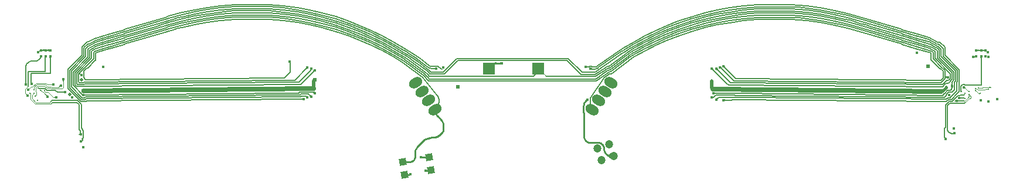
<source format=gbl>
%FSTAX23Y23*%
%MOIN*%
%SFA1B1*%

%IPPOS*%
%AMD49*
4,1,4,-0.006100,-0.029300,0.025400,0.015800,0.006100,0.029300,-0.025400,-0.015800,-0.006100,-0.029300,0.0*
1,1,0.055120,0.009700,-0.006800*
1,1,0.055120,-0.009700,0.006800*
%
%AMD50*
4,1,4,-0.025400,0.015800,0.006100,-0.029300,0.025400,-0.015800,-0.006100,0.029300,-0.025400,0.015800,0.0*
1,1,0.055120,-0.009700,-0.006800*
1,1,0.055120,0.009700,0.006800*
%
%AMD62*
4,1,4,-0.016100,-0.022600,0.022600,-0.016100,0.016100,0.022600,-0.022600,0.016100,-0.016100,-0.022600,0.0*
%
%ADD11C,0.010000*%
%ADD13C,0.006000*%
%ADD14C,0.008000*%
%ADD33C,0.018000*%
%ADD46C,0.004000*%
%ADD48C,0.047240*%
G04~CAMADD=49~3~0.0~0.0~551.2~787.4~0.0~0.0~0~0.0~0.0~0.0~0.0~0~0.0~0.0~0.0~0.0~0~0.0~0.0~0.0~235.0~740.0~682.0*
%ADD49D49*%
G04~CAMADD=50~3~0.0~0.0~551.2~787.4~0.0~0.0~0~0.0~0.0~0.0~0.0~0~0.0~0.0~0.0~0.0~0~0.0~0.0~0.0~125.0~740.0~682.0*
%ADD50D50*%
%ADD51C,0.016000*%
%ADD52C,0.008000*%
%ADD53C,0.024000*%
%ADD54C,0.020000*%
%ADD55C,0.012000*%
%ADD56C,0.020000*%
%ADD58C,0.025000*%
%ADD59C,0.018000*%
%ADD60R,0.017720X0.017720*%
%ADD61R,0.015750X0.017720*%
G04~CAMADD=62~10~0.0~393.7~0.0~0.0~0.0~0.0~0~0.0~0.0~0.0~0.0~0~0.0~0.0~0.0~0.0~0~0.0~0.0~0.0~189.5~393.7~0.0*
%ADD62D62*%
%ADD63R,0.068900X0.070870*%
%LNfront_flex-1*%
%LPD*%
G36*
X-02641Y00862D02*
X-02641Y00862D01*
X-02641Y00863*
X-02642Y00864*
X-02642Y00864*
X-02643Y00865*
X-02644Y00865*
X-02645Y00865*
X-02646Y00866*
X-02647Y00865*
X-02648Y00865*
X-02649Y00865*
X-0265Y00864*
X-0265Y00864*
X-02651Y00863*
X-02651Y00862*
X-02651Y00862*
Y00878*
X-02651Y00877*
X-02651Y00876*
X-0265Y00876*
X-0265Y00875*
X-02649Y00875*
X-02648Y00874*
X-02647Y00874*
X-02646Y00874*
X-02645Y00874*
X-02644Y00874*
X-02643Y00875*
X-02642Y00875*
X-02642Y00876*
X-02641Y00876*
X-02641Y00877*
X-02641Y00878*
Y00862*
G37*
G36*
X-02667D02*
X-02667Y00862D01*
X-02667Y00863*
X-02667Y00864*
X-02668Y00864*
X-02669Y00865*
X-02669Y00865*
X-02671Y00865*
X-02672Y00866*
X-02673Y00865*
X-02674Y00865*
X-02675Y00865*
X-02675Y00864*
X-02676Y00864*
X-02676Y00863*
X-02677Y00862*
X-02677Y00862*
Y00878*
X-02677Y00877*
X-02676Y00876*
X-02676Y00876*
X-02675Y00875*
X-02675Y00875*
X-02674Y00874*
X-02673Y00874*
X-02672Y00874*
X-02671Y00874*
X-02669Y00874*
X-02669Y00875*
X-02668Y00875*
X-02667Y00876*
X-02667Y00876*
X-02667Y00877*
X-02667Y00878*
Y00862*
G37*
G36*
X-02629Y00828D02*
X-02629Y00828D01*
X-0263Y00827*
X-0263Y00827*
X-0263Y00826*
X-0263Y00826*
X-02631Y00825*
X-02631Y00824*
X-02631Y00823*
X-02631Y00822*
X-02637*
X-02637Y00823*
X-02637Y00824*
X-02637Y00825*
X-02637Y00826*
X-02637Y00826*
X-02638Y00827*
X-02638Y00827*
X-02638Y00828*
X-02639Y00828*
X-02639Y00828*
X-02628*
X-02629Y00828*
G37*
G36*
X-02685D02*
X-02686Y00828D01*
X-02686Y00827*
X-02687Y00827*
X-02687Y00826*
X-02688Y00826*
X-02689Y00825*
X-02689Y00824*
X-0269Y00822*
X-02696Y00825*
X-02694Y00828*
X-02685Y00828*
X-02685Y00828*
G37*
G36*
X-02657Y00828D02*
X-02658Y00828D01*
X-02658Y00827*
X-02659Y00827*
X-02659Y00826*
X-02659Y00826*
X-02659Y00825*
X-02659Y00824*
X-0266Y00823*
X-0266Y00822*
X-02666*
X-02666Y00823*
X-02666Y00826*
X-02666Y00827*
X-02666Y00827*
X-02666Y00827*
X-02666Y00828*
X-02667Y00828*
X-02657Y00828*
X-02657Y00828*
G37*
G36*
X-01267Y00798D02*
X-01267Y00798D01*
X-01267Y00798*
X-01268Y00797*
X-01268Y00797*
X-01268Y00796*
X-01268Y00795*
X-01268Y00794*
X-01268Y00793*
X-01274*
X-01274Y00794*
X-01274Y00795*
X-01274Y00796*
X-01274Y00796*
X-01274Y00797*
X-01275Y00797*
X-01275Y00797*
X-01275Y00797*
X-01275Y00797*
X-01267Y00798*
X-01267Y00798*
G37*
G36*
X-00446Y00761D02*
X-00447Y00761D01*
X-00447Y00762*
X-00447Y00762*
X-00448Y00763*
X-00448Y00763*
X-00449Y00763*
X-00449Y00763*
X-0045Y00764*
X-00451Y00764*
X-00452Y00764*
X-00449Y0077*
X-00448Y0077*
X-00447Y0077*
X-00446Y0077*
X-00444Y0077*
X-00444Y0077*
X-00443Y00771*
X-00442Y00771*
X-00446Y00761*
G37*
G36*
X-01172Y00763D02*
X-01173Y00763D01*
X-01173Y00763*
X-01174Y00763*
X-01175Y00763*
X-01175Y00763*
X-01176Y00762*
X-01177Y00762*
X-01177Y00761*
X-01178Y00761*
X-01178Y0076*
X-01183Y00765*
X-01182Y00765*
X-01182Y00766*
X-01181Y00766*
X-01181Y00767*
X-0118Y00768*
X-0118Y00768*
X-0118Y00769*
X-0118Y0077*
X-0118Y0077*
X-0118Y00771*
X-01172Y00763*
G37*
G36*
X-01149Y00759D02*
X-01149Y00759D01*
X-01149Y00759*
X-01149Y00759*
X-01149Y00758*
X-01149Y00758*
X-0115Y00758*
X-0115Y00757*
X-0115Y00756*
X-0115Y00756*
X-01156*
X-01156Y00756*
X-01156Y0076*
X-01156Y0076*
X-01156Y0076*
X-01156Y0076*
X-01149Y00759*
G37*
G36*
X-01129Y00749D02*
X-0113Y00749D01*
X-01131Y00749*
X-01132Y00749*
X-01132Y00749*
X-01133Y00748*
X-01133Y00748*
X-01134Y00748*
X-01135Y00747*
X-01135Y00747*
X-01136Y00746*
X-0114Y00751*
X-0114Y00751*
X-01139Y00752*
X-01139Y00752*
X-01138Y00753*
X-01138Y00754*
X-01138Y00754*
X-01138Y00755*
X-01137Y00756*
X-01137Y00756*
X-01137Y00757*
X-01129Y00749*
G37*
G36*
X-02464Y00741D02*
X-02464Y00741D01*
X-02465Y0074*
X-02465Y00739*
X-02465Y00739*
X-02465Y00739*
X-02465Y00738*
X-02465Y00738*
X-02465Y00738*
X-02464Y00738*
X-02465Y00732*
X-02467Y00732*
X-02468Y00732*
X-02468Y00731*
X-02469Y00731*
X-0247Y0073*
X-0247Y0073*
X-02471Y00729*
X-02471Y00728*
X-02471Y00727*
X-02471Y00726*
X-02474Y00735*
X-02463Y00742*
X-02464Y00741*
G37*
G36*
X-02555Y007D02*
X-02556Y00698D01*
X-02556Y00697*
X-02557Y00697*
X-02557Y00696*
X-02557Y00695*
X-02557Y00695*
X-02557Y00694*
X-02558Y00693*
X-02562Y00693*
X-02562Y00694*
X-02562Y00695*
X-02562Y00695*
X-02562Y00696*
X-02562Y00697*
X-02563Y00697*
X-02563Y00698*
X-02564Y00699*
X-02564Y00699*
X-02565Y007*
X-02554Y007*
X-02555Y007*
G37*
G36*
X-0277Y00687D02*
X-02769Y00686D01*
X-02769Y00686*
X-02769Y00685*
X-02769Y00684*
X-02769Y00684*
X-02768Y00683*
X-02768Y00683*
X-02767Y00682*
X-02767Y00682*
X-02778*
X-02778Y00682*
X-02777Y00683*
X-02777Y00683*
X-02777Y00684*
X-02776Y00684*
X-02776Y00685*
X-02776Y00686*
X-02776Y00686*
X-02776Y00687*
X-02776Y00688*
X-0277*
X-0277Y00687*
G37*
G36*
X-02741Y0069D02*
X-0274Y00689D01*
X-0274Y00688*
X-0274Y00688*
X-0274Y00687*
X-0274Y00687*
X-02739Y00686*
X-02739Y00686*
X-02738Y00686*
X-02738Y00685*
X-02747Y0068*
X-02747Y00681*
X-02747Y00681*
X-02747Y00682*
X-02747Y00683*
X-02747Y00685*
X-02747Y00686*
X-02741Y0069*
X-02741Y0069*
G37*
G36*
X-02619Y00669D02*
X-0262Y00669D01*
X-02622Y0067*
X-02623Y00671*
X-02624Y00671*
X-02625Y00672*
X-02626Y00672*
X-02626Y00672*
X-02627Y00672*
X-02628Y00676*
X-02627Y00676*
X-02626Y00676*
X-02626Y00676*
X-02625Y00676*
X-02624Y00677*
X-02624Y00677*
X-02623Y00678*
X-02623Y00678*
X-02622Y00679*
X-02621Y0068*
X-02619Y00669*
G37*
G36*
X-02575Y00661D02*
X-02576Y00661D01*
X-02577Y00661*
X-02578Y00661*
X-02579Y00661*
X-02579Y00661*
X-0258Y00661*
X-02581Y00661*
X-02581Y0066*
X-02582Y0066*
X-02582Y00659*
X-02585Y00662*
X-02585Y00663*
X-02584Y00663*
X-02584Y00664*
X-02583Y00665*
X-02583Y00666*
X-02582Y00666*
X-02582Y00668*
X-02582Y00669*
X-02581Y0067*
X-02575Y00661*
G37*
G36*
X-02758Y00664D02*
X-02759Y00664D01*
X-02759Y00664*
X-02759Y00664*
X-0276Y00663*
X-02762Y00661*
X-02765Y00663*
X-02762Y00667*
X-02758Y00664*
G37*
G36*
X-027Y00656D02*
X-027Y00657D01*
X-027Y00657*
X-027Y00657*
X-02699Y00656*
X-02699Y00656*
X-02699Y00656*
X-02699Y00656*
Y00656*
X-02697Y00654*
X-027Y00651*
X-027Y00651*
X-027Y00651*
X-02701Y00651*
X-02701Y00652*
X-02702Y00652*
X-02702Y00652*
X-02702Y00653*
X-02702Y00653*
X-02703Y00653*
X-02703Y00653*
X-02703Y00653*
X-02703Y00653*
X-02704Y00653*
X-02703Y00654*
X-02704Y00654*
X-02701Y00657*
X-027Y00656*
G37*
G36*
X-02723Y00652D02*
X-02723Y00651D01*
X-02723Y00651*
X-02723Y00651*
X-02723Y00651*
X-02722Y0065*
X-02722Y0065*
X-02722Y0065*
X-02722Y0065*
X-02728*
X-02727Y0065*
X-02727Y0065*
X-02727Y0065*
X-02727Y00651*
X-02727Y00651*
X-02727Y00651*
X-02727Y00651*
X-02727Y00652*
X-02727Y00653*
X-02723*
X-02723Y00652*
G37*
G36*
X-0275Y00651D02*
X-02751Y00651D01*
X-02751Y0065*
X-02751Y0065*
X-02752Y00649*
X-02752Y00648*
X-02752Y00647*
X-02752Y00647*
X-02753Y00646*
X-02753Y00645*
X-02753Y00644*
X-02761Y00652*
X-0276Y00652*
X-02758Y00652*
X-02757Y00652*
X-02756Y00652*
X-02755Y00653*
X-02755Y00653*
X-02754Y00653*
X-02754Y00654*
X-02753Y00654*
X-0275Y00651*
G37*
G36*
X-02684Y00642D02*
X-02684Y00642D01*
X-02684Y00642*
X-02684Y00642*
X-02683Y00641*
X-02683Y00641*
X-02682Y0064*
X-02684Y00636*
X-02684Y00637*
X-02685Y00637*
X-02685Y00637*
X-02685Y00637*
X-02685Y00637*
X-02686Y00637*
X-02686Y00638*
X-02686Y00638*
X-02686Y00638*
X-02687Y00637*
X-02684Y00642*
X-02684Y00642*
G37*
G36*
X-02554Y00627D02*
X-02555Y00628D01*
X-02555Y00628*
X-02556Y00628*
X-02557Y00629*
X-02557Y00629*
X-02558Y00629*
X-02559Y00629*
X-02559Y0063*
X-0256Y0063*
X-02561Y0063*
Y00636*
X-0256Y00636*
X-02559Y00636*
X-02559Y00636*
X-02558Y00636*
X-02557Y00636*
X-02557Y00637*
X-02556Y00637*
X-02555Y00637*
X-02555Y00638*
X-02554Y00638*
Y00627*
G37*
G36*
X-01131Y00634D02*
X-01138Y00626D01*
X-01138Y00627*
X-01138Y00627*
X-01138Y00628*
X-01138Y00628*
X-01139Y00628*
X-01139Y00629*
X-0114Y00629*
X-0114Y00629*
X-01141Y00629*
X-01142Y00629*
X-0114Y00635*
X-01131Y00634*
G37*
G36*
X-02726Y00622D02*
X-02726Y00622D01*
X-02727Y00622*
X-02727Y00622*
X-02727Y00622*
X-02727Y00622*
X-02728Y00622*
X-02728Y00621*
X-02728Y00621*
X-02729Y00621*
X-02729Y00621*
X-0273Y00625*
X-0273Y00625*
X-02729Y00627*
X-02729Y00627*
X-02729Y00627*
X-02729Y00627*
X-02726Y00622*
G37*
G36*
X-0244Y0062D02*
X-0244Y0062D01*
X-02439Y0062*
X-02437Y0062*
X-02435*
Y00614*
X-02436Y00614*
X-02437Y00614*
X-02438Y00613*
X-02438Y00613*
X-02438Y00613*
X-02438Y00613*
X-02438Y00613*
X-0244Y0062*
X-0244Y0062*
G37*
G36*
X-02453Y00624D02*
X-02453Y00624D01*
X-02452Y00623*
X-02452Y00623*
X-02451Y00623*
X-0245Y00622*
X-0245Y00622*
X-02449Y00622*
X-02448Y00622*
X-02448Y00622*
X-02454Y00613*
X-02454Y00614*
X-02454Y00614*
X-02454Y00615*
X-02455Y00616*
X-02455Y00616*
X-02455Y00617*
X-02456Y00618*
X-02456Y00618*
X-02457Y00619*
X-02457Y00619*
X-02454Y00625*
X-02453Y00624*
G37*
G36*
X-02769Y00622D02*
X-02768Y00621D01*
X-02767Y00621*
X-02767Y00621*
X-02766Y0062*
X-02765Y0062*
X-02764Y0062*
X-02764Y0062*
X-02763Y0062*
X-02762Y0062*
X-0277Y00612*
X-0277Y00613*
X-0277Y00615*
X-0277Y00615*
X-0277Y00616*
X-0277Y00617*
X-02771Y00618*
X-02771Y00618*
X-02771Y00619*
X-02772Y00619*
X-02769Y00622*
X-02769Y00622*
G37*
G36*
X-02714Y00613D02*
X-02714Y00612D01*
X-02715Y00612*
X-02715Y00611*
X-02715Y00611*
X-02715Y00611*
X-02715Y00611*
X-02715Y0061*
X-02715Y0061*
X-02715Y0061*
X-02719Y00614*
X-02719Y00614*
X-02719Y00614*
X-02719Y00614*
X-02718Y00614*
X-02718Y00614*
X-02718Y00614*
X-02718Y00615*
X-02717Y00615*
X-02717Y00615*
X-02714Y00613*
G37*
G36*
X-02656Y00616D02*
X-02655Y00615D01*
X-02654Y00615*
X-02654Y00615*
X-02653Y00614*
X-02652Y00614*
X-02651Y00614*
X-02651Y00614*
X-0265Y00614*
X-02649Y00614*
X-02657Y00606*
X-02657Y00607*
X-02657Y00609*
X-02657Y00609*
X-02657Y0061*
X-02657Y00611*
X-02658Y00612*
X-02658Y00612*
X-02658Y00613*
X-02659Y00613*
X-02656Y00616*
X-02656Y00616*
G37*
G36*
X-01156Y00616D02*
X-01156Y00616D01*
X-01155Y00615*
X-01155Y00615*
X-01154Y00615*
X-01153Y00615*
X-01153Y00614*
X-01152Y00614*
X-01152Y00615*
X-01151Y00615*
X-01157Y00605*
X-01157Y00606*
X-01157Y00606*
X-01157Y00607*
X-01158Y00608*
X-01158Y00608*
X-01158Y00609*
X-01159Y0061*
X-01159Y0061*
X-0116Y00611*
X-0116Y00611*
X-01157Y00617*
X-01156Y00616*
G37*
G36*
X-01178Y0061D02*
X-01177Y00609D01*
X-01176Y00609*
X-01176Y00608*
X-01176Y00608*
X-01176Y00608*
X-01176Y00608*
X-0118Y00603*
X-0118Y00603*
X-0118Y00603*
X-0118Y00603*
X-0118Y00604*
X-01183Y00606*
X-01178Y0061*
X-01178Y0061*
G37*
G36*
X-02603Y00596D02*
X-02604Y00597D01*
X-02605Y00598*
X-02606Y00599*
X-02607Y00599*
X-02608Y00599*
X-02608Y006*
X-02609Y006*
X-0261Y006*
X-0261Y006*
Y00604*
X-0261Y00604*
X-02609Y00604*
X-02608Y00604*
X-02608Y00605*
X-02607Y00605*
X-02606Y00605*
X-02605Y00606*
X-02605Y00606*
X-02604Y00607*
X-02603Y00608*
Y00596*
G37*
G36*
X-01197Y00587D02*
X-01197Y00587D01*
X-01198Y00588*
X-01199Y00588*
X-01199Y00588*
X-012Y00589*
X-012Y00589*
X-01201Y00589*
X-01202Y00589*
X-01203Y00589*
X-01203Y00589*
X-01204Y00595*
X-01203Y00595*
X-01202Y00595*
X-01202Y00596*
X-01201Y00596*
X-012Y00596*
X-012Y00596*
X-01199Y00597*
X-01199Y00597*
X-01198Y00598*
X-01198Y00598*
X-01197Y00587*
G37*
G36*
X-02625Y00581D02*
X-02626Y00581D01*
X-02626Y00581*
X-02626Y0058*
X-02627Y0058*
X-02629Y00577*
X-02632Y0058*
X-02629Y00584*
X-02625Y00581*
G37*
G36*
X-02621Y0057D02*
X-02622Y0057D01*
X-02622Y0057*
X-02622Y00569*
X-02623Y00569*
X-02625Y00566*
X-02628Y00569*
X-02625Y00573*
X-02621Y0057*
G37*
G36*
X-0044Y00534D02*
X-0044Y00534D01*
X-00441Y00534*
X-00441Y00533*
X-00441Y00533*
X-00441Y00533*
X-00441Y00532*
X-00441Y00532*
X-00442Y00532*
X-00442Y00532*
X-00447Y00537*
X-00447Y00537*
X-00447Y00537*
X-00446Y00537*
X-00446Y00537*
X-00446Y00538*
X-00445Y00538*
X-00445Y00538*
X-00445Y00538*
X-00444Y00539*
X-0044Y00534*
G37*
G36*
X-0246Y00404D02*
X-0246Y00403D01*
X-0246Y00403*
X-0246Y00402*
X-0246Y00401*
X-02459Y00401*
X-02459Y004*
X-02458Y004*
X-02458Y004*
X-02457Y00399*
X-02468Y00396*
X-02468Y00396*
X-02467Y00398*
X-02467Y00398*
X-02467Y004*
X-02467Y004*
X-02466Y00402*
X-02466Y00403*
X-0246Y00405*
X-0246Y00404*
G37*
G36*
X-02448Y00356D02*
X-02449Y00356D01*
X-0245Y00354*
X-0245Y00354*
X-0245Y00353*
Y00353*
X-02455Y00358*
X-02455Y00358*
X-02455Y00358*
X-02455Y00358*
X-02454Y00359*
X-02454Y00359*
X-02454Y00359*
X-02452Y0036*
X-02448Y00356*
G37*
G36*
X-00072Y00791D02*
X-00072Y00792D01*
X-00072Y00792*
X-00073Y00792*
X-00073Y00792*
X-00074Y00792*
X-00075Y00792*
X-00076Y00792*
X-00077Y00792*
X-00076Y00802*
X-00075*
X-00071Y00802*
X-00071Y00803*
X-00071Y00803*
X-00072Y00791*
G37*
G36*
X-00106Y00802D02*
X-00106Y00802D01*
X-00105Y00802*
X-00101Y00802*
X-00096Y00802*
Y00792*
X-00098Y00792*
X-001Y00792*
X-00101Y00792*
X-00102Y00791*
X-00103Y00791*
X-00104Y0079*
X-00105Y0079*
X-00106Y00789*
X-00106Y00788*
X-00106Y00787*
X-00106Y00802*
X-00106Y00802*
G37*
G36*
X01203Y00779D02*
X01203Y00778D01*
X01203Y00777*
X01203Y00777*
X01203Y00776*
X01204Y00776*
X01204Y00775*
X01204Y00774*
X01205Y00774*
X01205Y00773*
X01201Y00769*
X01201Y00769*
X012Y0077*
X01199Y0077*
X01199Y00771*
X01198Y00771*
X01198Y00771*
X01197Y00771*
X01196Y00772*
X01195Y00772*
X01195Y00772*
X01203Y0078*
X01203Y00779*
G37*
G36*
X01182Y00774D02*
X01183Y00774D01*
X01183Y00773*
X01184Y00772*
X01185Y0077*
X01188Y00768*
X01184Y00763*
X01184Y00763*
X01183Y00764*
X01183Y00764*
X01182Y00764*
X01181Y00765*
X01181Y00765*
X0118Y00765*
X0118Y00765*
X01179Y00764*
X01179Y00764*
X01182Y00775*
X01182Y00774*
G37*
G36*
X00143Y00766D02*
X00143Y00766D01*
X00144Y00766*
X00144Y00765*
X00147Y00763*
X00144Y0076*
X0014Y00763*
X00143Y00766*
X00143Y00766*
G37*
G36*
X00445Y00769D02*
X00446Y00768D01*
X00446Y00768*
X00447Y00768*
X00447Y00767*
X00448Y00767*
X00449Y00767*
X00449Y00767*
X0045Y00767*
X00451Y00766*
X00451Y0076*
X0045Y0076*
X00448Y0076*
X00447Y0076*
X00446Y0076*
X00445Y0076*
X00445Y00759*
X00444Y00759*
X00443Y00759*
X00443Y00758*
X00445Y00769*
X00445Y00769*
G37*
G36*
X01136Y00765D02*
X01136Y00764D01*
X01136Y00764*
X01136Y00763*
X01137Y00762*
X01137Y00762*
X01137Y00761*
X01138Y00761*
X01138Y0076*
X01139Y00759*
X01134Y00755*
X01134Y00756*
X01133Y00756*
X01132Y00757*
X01132Y00757*
X01131Y00758*
X01131Y00758*
X0113Y00758*
X01129Y00758*
X01128Y00758*
X01128Y00758*
X01136Y00766*
X01136Y00765*
G37*
G36*
X01163Y00765D02*
X01163Y00764D01*
X01163Y00763*
X01163Y00763*
X01163Y00762*
X01163Y00761*
X01164Y00761*
X01164Y0076*
X01165Y0076*
X01165Y00759*
X01161Y00755*
X0116Y00755*
X0116Y00756*
X01159Y00756*
X01159Y00757*
X01158Y00757*
X01157Y00757*
X01157Y00757*
X01156Y00757*
X01155Y00757*
X01155Y00758*
X01163Y00765*
X01163Y00765*
G37*
G36*
X00132Y00732D02*
X00131Y00732D01*
X0013Y00732*
X00129Y00731*
X00128Y00731*
X00127Y0073*
X00127Y0073*
X00126Y00729*
X00125Y00728*
X00124Y00728*
X00115*
X00116Y00728*
X00117Y00729*
X00117Y0073*
X00118Y0073*
X00118Y00731*
X00118Y00731*
X00117Y00732*
X00117Y00732*
X00116Y00732*
X00115Y00732*
X00132*
X00132Y00732*
G37*
G36*
X00187Y00724D02*
X00184Y00721D01*
X00184Y00721*
X00184Y00721*
X00184Y00721*
X00183Y00722*
X00181Y00725*
X00184Y00728*
X00187Y00724*
G37*
G36*
X02456Y00725D02*
X02456Y00724D01*
X02457Y00723*
X02457Y00722*
X02458Y00722*
X02458Y00721*
X02459Y00721*
X0246Y0072*
X0246Y0072*
X0246Y0072*
X02461Y00721*
X02462Y00721*
X02463Y00721*
X02463Y00721*
X02464Y00722*
X02464Y00722*
X02465Y00722*
X02463Y00711*
X02463Y00712*
X02463Y00712*
X02462Y00713*
X02461Y00713*
X02461Y00713*
X0246Y00714*
X0246Y00714*
X02459Y00714*
X02458Y00714*
X02457Y00714*
X02458Y00719*
X02453Y00717*
X02456Y00726*
X02456Y00725*
G37*
G36*
X02496Y00679D02*
X02496Y00678D01*
X02496Y00677*
X02496Y00677*
X02497Y00676*
X02497Y00675*
X02497Y00675*
X02498Y00674*
X02498Y00674*
X02498Y00673*
X02487*
X02488Y00674*
X02488Y00674*
X02489Y00675*
X02489Y00675*
X02489Y00676*
X02489Y00677*
X0249Y00677*
X0249Y00678*
X0249Y00679*
X0249Y00679*
X02496*
X02496Y00679*
G37*
G36*
X01132Y00607D02*
X01132Y00607D01*
X01133Y00606*
X01133Y00606*
X01134Y00606*
X01135Y00606*
X01135Y00605*
X01136Y00605*
X01137Y00605*
X01138Y00605*
X01138Y00599*
X01137Y00599*
X01137Y00599*
X01136Y00599*
X01135Y00599*
X01135Y00599*
X01134Y00598*
X01134Y00598*
X01133Y00598*
X01133Y00597*
X01132Y00597*
X01131Y00607*
X01132Y00607*
G37*
G36*
X01165Y00596D02*
X01165Y00596D01*
X01164Y00595*
X01164Y00595*
X01163Y00594*
X01163Y00593*
X01163Y00593*
X01163Y00592*
X01162Y00591*
X01162Y00591*
X01162Y0059*
X01154Y00598*
X01155Y00598*
X01156Y00598*
X01157Y00598*
X01157Y00598*
X01158Y00598*
X01158Y00599*
X01159Y00599*
X0116Y006*
X0116Y006*
X01161Y00601*
X01165Y00596*
G37*
G36*
X012Y00592D02*
X01201Y00592D01*
X01201Y00591*
X01202Y00591*
X01203Y00591*
X01203Y00591*
X01204Y0059*
X01205Y0059*
X01206Y0059*
X01206Y0059*
Y00584*
X01206Y00584*
X01205Y00584*
X01204Y00584*
X01203Y00584*
X01203Y00583*
X01202Y00583*
X01201Y00583*
X01201Y00582*
X012Y00582*
X012Y00581*
Y00593*
X012Y00592*
G37*
G36*
X00419Y00582D02*
X00419Y00581D01*
X00419Y00581*
X00419Y00581*
X00418Y00581*
X00418Y00581*
X00417Y0058*
X00415Y00578*
X00408Y00585*
X00409Y00586*
X00411Y00588*
X00411Y00589*
X00411Y00589*
X00411Y00589*
X00412Y00589*
X00419Y00582*
G37*
G36*
X-00422Y00568D02*
X-00422Y00567D01*
X-00422Y00566*
X-00422Y00565*
X-00422Y00564*
X-00422Y00563*
X-00422Y00563*
X-00422Y00562*
X-00421Y00561*
X-00421Y00561*
X-00421Y00561*
X-00432Y00566*
X-00431Y00566*
X-00431Y00566*
X-0043Y00566*
X-0043Y00566*
X-00429Y00566*
X-00429Y00567*
X-00428Y00568*
X-00428Y00569*
X-00428Y0057*
X-00427Y00571*
X-00422Y00568*
G37*
G36*
X00439Y00571D02*
X00439Y0057D01*
X00439Y00569*
X0044Y00568*
X0044Y00567*
X0044Y00567*
X00441Y00566*
X00441Y00566*
X00441Y00566*
X00442Y00566*
X0043Y00565*
X00431Y00565*
X00431Y00566*
X00432Y00566*
X00432Y00566*
X00432Y00567*
X00433Y00568*
X00433Y00569*
X00433Y0057*
X00433Y00571*
X00433Y00572*
X00439Y00572*
X00439Y00571*
G37*
G36*
X02452Y00376D02*
X02453Y00375D01*
X02454Y00375*
X02454Y00375*
X02455Y00375*
X02455Y00374*
X02456Y00374*
X02456Y00374*
X02456Y00374*
X0245Y00368*
X0245Y00368*
X0245Y00368*
X0245Y00369*
X0245Y00369*
X02449Y0037*
X02449Y0037*
X02449Y00371*
X02448Y00372*
X02448Y00372*
X02447Y00373*
X02451Y00377*
X02452Y00376*
G37*
G36*
X00551Y00253D02*
X00549Y00256D01*
X00542Y00265*
X00541Y00265*
X00541Y00266*
X00542Y00266*
X00542Y00276*
X00542Y00276*
X00543Y00277*
X00544Y00278*
X00553Y00286*
X00551Y00253*
G37*
G36*
X02651Y00864D02*
X02651Y00864D01*
X02651Y00865*
X02651Y00865*
X0265Y00866*
X0265Y00866*
X02649Y00866*
X02648Y00867*
X02647Y00867*
X02646Y00867*
X02646Y00867*
X02646Y00867*
X02645Y00867*
X02644Y00867*
X02643Y00866*
X02643Y00866*
X02642Y00866*
X02642Y00865*
X02641Y00865*
X02641Y00864*
X02641Y00864*
Y00876*
X02641Y00875*
X02641Y00875*
X02642Y00874*
X02642Y00874*
X02643Y00874*
X02643Y00873*
X02644Y00873*
X02645Y00873*
X02646Y00873*
X02646*
X02646*
X02647Y00873*
X02648Y00873*
X02649Y00873*
X0265Y00874*
X0265Y00874*
X02651Y00874*
X02651Y00875*
X02651Y00875*
X02651Y00876*
Y00864*
G37*
G36*
X02677Y00864D02*
X02677Y00864D01*
X02677Y00865*
X02676Y00865*
X02676Y00866*
X02675Y00866*
X02675Y00866*
X02674Y00866*
X02673Y00867*
X02672Y00867*
X02672Y00867*
X02672Y00867*
X02671Y00867*
X0267Y00866*
X02669Y00866*
X02668Y00866*
X02668Y00866*
X02667Y00865*
X02667Y00865*
X02667Y00864*
X02667Y00864*
Y00876*
X02667Y00875*
X02667Y00875*
X02667Y00874*
X02668Y00874*
X02668Y00873*
X02669Y00873*
X0267Y00873*
X02671Y00873*
X02672Y00873*
X02672*
X02672*
X02673Y00873*
X02674Y00873*
X02675Y00873*
X02675Y00873*
X02676Y00874*
X02676Y00874*
X02677Y00875*
X02677Y00875*
X02677Y00876*
Y00864*
G37*
G36*
X02624Y00836D02*
X02624Y00836D01*
X02625Y00836*
X02626Y00836*
X02626Y00836*
X02627Y00836*
Y0083*
X02626Y0083*
X02626Y0083*
X02625Y0083*
X02624Y00829*
X02624Y00829*
X02624Y00828*
X02624Y00828*
X02623Y00828*
X02623Y00829*
X02623Y00829*
X02622Y00829*
X02622Y00828*
X02621Y00828*
X02621Y00827*
Y0083*
X02621Y0083*
X0262Y0083*
X02619Y0083*
X02618Y0083*
Y00836*
X02619Y00836*
X0262Y00836*
X02621Y00836*
Y00838*
X02621Y00838*
X02622Y00838*
X02622Y00837*
X02623Y00837*
X02623*
X02623Y00837*
X02623Y00838*
X02624Y00838*
X02624Y00839*
X02624Y00836*
G37*
G36*
X02664Y00828D02*
X02664Y00828D01*
X02663Y00827*
X02663Y00827*
X02663Y00826*
X02662Y00826*
X02662Y00825*
X02662Y00824*
X02662Y00823*
X02662Y00822*
X02656*
X02656Y00823*
X02656Y00824*
X02656Y00825*
X02655Y00826*
X02655Y00826*
X02655Y00827*
X02654Y00827*
X02654Y00828*
X02653Y00828*
X02653Y00828*
X02665*
X02664Y00828*
G37*
G36*
X02707Y00658D02*
X02707Y00658D01*
X02707Y00658*
X02707Y00658*
X02706Y00658*
X02706Y00658*
X02706Y00658*
X02705Y00658*
X02705Y00658*
X02704Y00658*
Y00662*
X02705*
X02705Y00662*
X02706Y00663*
X02706Y00663*
X02706Y00663*
X02707Y00663*
X02707Y00663*
X02707Y00663*
X02707Y00663*
Y00658*
G37*
G36*
X02647Y00657D02*
X02648Y00657D01*
X02648Y00656*
X02648Y00656*
X02648Y00656*
X02649Y00656*
X02649Y00656*
X02649Y00656*
X0265Y00656*
Y00652*
X0265Y00652*
X02649Y00652*
X02649Y00652*
X02648Y00652*
X02648Y00652*
X02648Y00652*
X02648Y00652*
X02647Y00651*
X02647Y00651*
Y00657*
X02647Y00657*
G37*
G36*
X02569Y0066D02*
X02569Y00658D01*
X02569Y00658*
X0257Y00656*
X0257Y00655*
X02571Y00655*
X02571Y00654*
X02571Y00654*
X02569Y0065*
X02569Y00651*
X02568Y00651*
X02567Y00652*
X02567Y00652*
X02566Y00652*
X02565Y00652*
X02565Y00652*
X02564Y00652*
X02563Y00652*
X02562Y00652*
X02568Y00661*
X02569Y0066*
G37*
G36*
X02634Y00652D02*
X02631Y00649D01*
X02631Y00649*
X02631Y0065*
X0263Y0065*
X0263Y0065*
X0263Y0065*
X0263Y0065*
X02629Y0065*
X02629Y0065*
X02629Y0065*
X0263Y00655*
X02634Y00652*
G37*
G36*
X02697Y00645D02*
X02697Y00645D01*
X02697Y00645*
X02696Y00646*
X02696Y00646*
X02696Y00646*
X02696Y00646*
X02695Y00646*
X02695Y00646*
X02694Y00646*
Y0065*
X02694Y0065*
X02695Y0065*
X02696Y0065*
X02696Y0065*
X02696Y0065*
X02696Y0065*
X02697Y0065*
X02697Y00651*
X02697Y00651*
Y00645*
G37*
G36*
X02631Y00642D02*
X02631Y00642D01*
X02631Y00641*
X02631Y00641*
X02631Y00641*
X02631Y00641*
X02632Y0064*
X02632Y00639*
X0263Y00636*
X0263Y00636*
X02629Y00637*
X02629Y00637*
X02629Y00637*
X02628Y00637*
X02628Y00637*
X02628Y00637*
X02628Y00637*
X02627Y00637*
X02631Y00642*
X02631Y00642*
G37*
G36*
X02585Y0064D02*
X02586Y00639D01*
X02586Y00639*
X02586Y00639*
X02587Y00639*
X02587Y00639*
X02587*
X02587Y00639*
X02587Y00639*
X02586Y00634*
X02583Y00637*
X02585Y0064*
X02585Y0064*
G37*
G36*
X0265Y00621D02*
X0265Y00622D01*
X0265Y00622*
X0265Y00622*
X02649Y00622*
X02649Y00622*
X02648Y00622*
X02648Y00622*
X02647*
Y00626*
X02648*
X02649Y00626*
X0265Y00626*
X0265Y00626*
X0265Y00626*
X0265Y00626*
Y00621*
G37*
G36*
X02568Y00622D02*
X02568Y00622D01*
X02568Y00622*
X02567Y00622*
X02567Y00622*
X02567Y00621*
X02567Y00621*
X02567Y00621*
X02567Y0062*
X02567Y0062*
X02567Y0062*
X02564Y00621*
X02566Y00618*
X02566Y00618*
X02563Y00615*
X02563Y00615*
X02563Y00615*
X0256Y00618*
X0256Y00618*
X0256Y00618*
X02561Y00618*
X02561Y00619*
X02562Y00619*
X02563Y00621*
X02563Y00621*
Y00622*
X02563Y00623*
X02563Y00623*
X02563Y00624*
X02563Y00624*
X02563Y00624*
X02568Y00622*
G37*
G36*
X02592Y00617D02*
X02592Y00617D01*
X02592Y00617*
X02592Y00617*
X02592Y00617*
X02592Y00616*
X02592Y00616*
X02592Y00616*
X02593Y00616*
X02593Y00616*
X0259Y00613*
X02587Y00617*
X02592Y00617*
X02592Y00617*
G37*
G36*
X0259Y006D02*
X02589Y006D01*
X02589Y006*
X02589Y006*
X02589Y006*
X02588Y006*
X02588Y006*
X02588Y006*
X02588Y00599*
X02587Y00599*
X02584Y00602*
X02584Y00602*
X02585Y00602*
X02585Y00603*
X02585Y00603*
X02585Y00603*
X02586Y00604*
X02586Y00604*
X02586Y00604*
X02586Y00604*
X0259Y006*
G37*
G36*
X0254Y00604D02*
X0254Y00603D01*
X02541Y00603*
X02542Y00602*
X02542Y00602*
X02543Y00602*
X02544Y00602*
X02544Y00602*
X02545Y00601*
X02546Y00601*
Y00595*
X02545Y00595*
X02544Y00595*
X02544Y00595*
X02543Y00595*
X02542Y00595*
X02542Y00594*
X02541Y00594*
X0254Y00594*
X0254Y00593*
X02539Y00593*
Y00604*
X0254Y00604*
G37*
G36*
X02526Y00586D02*
X02527Y00586D01*
X02527Y00585*
X02528Y00585*
X02528Y00585*
X02529Y00584*
X0253Y00584*
X0253Y00584*
X02531Y00584*
X02532Y00584*
X0253Y00578*
X02529Y00578*
X02528Y00578*
X02527Y00578*
X02527Y00577*
X02526Y00577*
X02525Y00577*
X02525Y00577*
X02524Y00576*
X02523Y00576*
X02526Y00587*
X02526Y00586*
G37*
G54D11*
X-00588Y00166D02*
D01*
X-00588Y00166*
X-00588Y00166*
X-00588Y00166*
X-00588Y00166*
X-00588Y00166*
X-00589Y00166*
X-00589Y00166*
X-00589Y00166*
X-00589Y00166*
X-00589Y00166*
X-00589Y00166*
X-00589Y00166*
X-00596Y00163D02*
D01*
X-00595Y00163*
X-00595Y00163*
X-00594Y00163*
X-00593Y00163*
X-00593Y00163*
X-00592Y00164*
X-00591Y00164*
X-00591Y00164*
X-0059Y00165*
X-0059Y00165*
X-00589Y00166*
X-00589Y00166*
X-00483Y00261D02*
D01*
X-00483Y00261*
X-00483Y00261*
X-00483Y00261*
X-00482Y00261*
X-00482Y00261*
X-00482Y00262*
X-00482Y00262*
X-00482Y00262*
X-00482Y00262*
X-00482Y00262*
X-00481Y00262*
X-00481Y00262*
X-00542Y00327D02*
D01*
X-00546Y00323*
X-00548Y00319*
X-00551Y00316*
X-00554Y00312*
X-00556Y00307*
X-00558Y00303*
X-00559Y00299*
X-0056Y00294*
X-00561Y00291*
X-00478Y00184D02*
D01*
X-00478Y00184*
X-00477Y00184*
X-00476Y00184*
X-00475Y00184*
X-00474Y00185*
X-00473Y00185*
X-00472Y00185*
X-00471Y00186*
X-00471Y00186*
X-0047Y00187*
X-00469Y00188*
X-00469Y00188*
X-00562Y00256D02*
D01*
X-00562Y00258*
X-00561Y0026*
X-00561Y00262*
X-00561Y00263*
X-00561Y00264*
X-00569Y00245D02*
D01*
X-00568Y00246*
X-00566Y00247*
X-00565Y00249*
X-00564Y00251*
X-00563Y00252*
X-00563Y00254*
X-00562Y00256*
X-00562Y00256*
X-00587Y00237D02*
D01*
X-00586Y00237*
X-00584Y00237*
X-00582Y00238*
X-0058Y00238*
X-00578Y00239*
X-00577Y00239*
X-00575Y0024*
X-00574Y00241*
X-00572Y00242*
X-00571Y00243*
X-00569Y00244*
X-00569Y00245*
X-00461Y00374D02*
D01*
X-00456Y00374*
X-00452Y00374*
X-00447Y00375*
X-00443Y00376*
X-00439Y00378*
X-00434Y00379*
X-0043Y00381*
X-00426Y00384*
X-00423Y00386*
X-00419Y00389*
X-00416Y00392*
X-00415Y00393*
X-00461Y00374D02*
D01*
X-00467Y00374*
X-00472Y00373*
X-00478Y00372*
X-00484Y0037*
X-00489Y00369*
X-00495Y00367*
X-005Y00364*
X-00505Y00361*
X-0051Y00358*
X-00514Y00354*
X-00518Y0035*
X-00519Y00349*
X-00442Y00519D02*
D01*
X-00441Y00517*
X-00441Y00514*
X-00441Y00512*
X-0044Y00509*
X-00439Y00507*
X-00438Y00505*
X-00437Y00502*
X-00436Y005*
X-00435Y00498*
X-00433Y00496*
X-00431Y00494*
X-00431Y00494*
X-00398Y0044D02*
D01*
X-00398Y00443*
X-00398Y00447*
X-00399Y0045*
X-004Y00454*
X-00401Y00457*
X-00402Y0046*
X-00404Y00463*
X-00405Y00466*
X-00407Y00469*
X-00409Y00472*
X-00412Y00474*
X-00412Y00475*
X-00407Y00401D02*
D01*
X-00405Y00403*
X-00404Y00404*
X-00403Y00406*
X-00402Y00408*
X-00401Y0041*
X-004Y00412*
X-00399Y00414*
X-00399Y00416*
X-00398Y00418*
X-00398Y0042*
X-00398Y00422*
X-00398Y00423*
X00418Y0035D02*
D01*
X0042Y00349*
X00421Y00348*
X00423Y00348*
X00424Y00347*
X00426Y00347*
X00427Y00347*
X00429Y00347*
X00429Y00347*
X00413Y00354D02*
D01*
X00414Y00353*
X00415Y00352*
X00417Y00351*
X00418Y0035*
X00418Y0035*
X00399Y00388D02*
D01*
X00399Y00384*
X00399Y00381*
X004Y00378*
X00401Y00374*
X00402Y00371*
X00403Y00368*
X00405Y00365*
X00406Y00362*
X00408Y00359*
X0041Y00357*
X00412Y00354*
X00413Y00354*
X0053Y00279D02*
D01*
X00532Y00277*
X00533Y00276*
X00535Y00274*
X00538Y00273*
X0054Y00272*
X00542Y00271*
X00544Y0027*
X00546Y0027*
X00549Y00269*
X00551Y00269*
X00554Y00269*
X00554Y00269*
X00515Y00303D02*
D01*
X00515Y00301*
X00516Y003*
X00516Y00298*
X00516Y00297*
X00517Y00295*
X00517Y00293*
X00518Y00292*
X00519Y00291*
X0052Y00289*
X00521Y00288*
X00522Y00287*
X00522Y00286*
X00515Y00307D02*
D01*
X00515Y0031*
X00515Y00312*
X00515Y00315*
X00514Y00318*
X00513Y00321*
X00512Y00323*
X00511Y00326*
X00509Y00328*
X00508Y00331*
X00506Y00333*
X00504Y00335*
X00504Y00335*
D01*
X00502Y00337*
X00499Y00339*
X00497Y00341*
X00495Y00342*
X00492Y00343*
X0049Y00344*
X00487Y00345*
X00485Y00346*
X00482Y00346*
X00479Y00347*
X00476Y00347*
X00476*
X00408Y00578D02*
D01*
X00407Y00576*
X00405Y00575*
X00404Y00573*
X00402Y00571*
X00401Y00569*
X004Y00566*
X004Y00564*
X00399Y00562*
X00399Y0056*
X00398Y00557*
X00398Y00555*
X00398Y00554*
X00399Y00514D02*
D01*
X00399Y00514*
X00399Y00514*
X00399Y00514*
X00399Y00514*
X00399Y00515*
X00399Y00515*
X00399Y00515*
X00399Y00515*
X00398Y00515*
X00398Y00515*
X00398Y00515*
X00398Y00515*
X-0256Y00704D02*
D01*
X-0256Y00703*
X-0256Y00702*
X-00588Y00166D02*
X-00587D01*
X-00619Y00163D02*
X-00596D01*
X-00525Y00261D02*
X-00483D01*
X-00498Y00184D02*
X-00478D01*
X-00561Y00264D02*
Y00291D01*
X-00631Y00237D02*
X-00587D01*
X-00542Y00327D02*
X-00519Y00349D01*
X-00431Y00494D02*
X-00412Y00475D01*
X-00398Y00423D02*
Y0044D01*
X-00415Y00393D02*
X-00407Y00401D01*
X-00442Y00519D02*
Y00532D01*
X00418Y0035D02*
X00418Y0035D01*
X00399Y00388D02*
Y00514D01*
X00429Y00347D02*
X00476D01*
X00418Y0035D02*
Y0035D01*
X00522Y00286D02*
X0053Y00279D01*
X00398Y00515D02*
Y00554D01*
X-0256Y00704D02*
Y00706D01*
X00408Y00578D02*
X0042Y0059D01*
X-00066Y00797D02*
X-00066Y00797D01*
X-00111Y00797D02*
X-00066D01*
X-0014Y00768D02*
X-00111Y00797D01*
X-0014Y00767D02*
Y00768D01*
X-00442Y00532D02*
X-00442Y00532D01*
X-00447Y00532D02*
X-00442D01*
G54D13*
X-02471Y0043D02*
D01*
X-02471Y00428*
X-02471Y00427*
X-0247Y00425*
X-0247Y00423*
X-02469Y00422*
X-02469Y0042*
X-02468Y00418*
X-02467Y00417*
X-02466Y00415*
X-02465Y00414*
X-02464Y00413*
X-02463Y00412*
X02452Y00427D02*
D01*
X02452Y00426*
X02451Y00426*
X02451Y00425*
X0245Y00424*
X0245Y00423*
X02449Y00422*
X02449Y00422*
X02449Y00421*
X02449Y0042*
X02449Y00419*
X02449Y00418*
X02449Y00418*
X02452Y00427D02*
D01*
X02453Y00428*
X02454Y00428*
X02454Y00429*
X02454Y0043*
X02455Y00431*
X02455Y00432*
X02456Y00432*
X02456Y00433*
X02456Y00434*
X02456Y00435*
X02456Y00436*
X02456Y00436*
X02425Y00686D02*
D01*
X02426Y00686*
X02427Y00686*
X02428Y00686*
X02429Y00687*
X0243Y00687*
X0243Y00687*
X02431Y00688*
X02432Y00688*
X02433Y00688*
X02433Y00689*
X02434Y0069*
X02434Y0069*
X00554Y00749D02*
D01*
X00552Y00749*
X0055Y00748*
X00548Y00748*
X00546Y00748*
X00544Y00747*
X00542Y00746*
X0054Y00745*
X00539Y00744*
X00537Y00743*
X00535Y00742*
X00534Y00741*
X00534Y0074*
X02483Y00643D02*
D01*
X02484Y00643*
X02484Y00644*
X02484Y00644*
X02485Y00644*
X02485Y00644*
X02486Y00644*
X02486Y00644*
X02487Y00644*
X02487Y00645*
X02487Y00645*
X02488Y00645*
X02488Y00645*
D01*
X02488Y00646*
X02489Y00647*
X0249Y00648*
X02491Y00649*
X02491Y0065*
X02492Y00652*
X02492Y00653*
X02492Y00654*
X02493Y00655*
X02493Y00656*
X02493Y00658*
X02493Y00658*
X02469Y00642D02*
D01*
X02469Y00641*
X02469Y00641*
X02475Y00643D02*
D01*
X02474Y00643*
X02473Y00643*
X02473Y00643*
X02472Y00643*
X02472Y00643*
X02471Y00643*
X02471Y00642*
X0247Y00642*
X0247Y00642*
X02469Y00642*
X00544Y0078D02*
D01*
X00542Y0078*
X0054Y00779*
X00537Y00779*
X00535Y00778*
X00532Y00777*
X0053Y00777*
X00528Y00776*
X00526Y00774*
X00524Y00773*
X00522Y00771*
X0052Y0077*
X0052Y00769*
X02466Y00626D02*
D01*
X02465Y00625*
X02465Y00625*
X02465Y00624*
X02464Y00624*
X02464Y00623*
X02464Y00623*
X02464Y00622*
X02464Y00622*
X02464Y00621*
X02463Y00621*
X02463Y0062*
Y0062*
X02459Y00612D02*
D01*
X02459Y00613*
X0246Y00613*
X0246Y00613*
X0246Y00614*
X02461Y00615*
X02461Y00615*
X02461Y00616*
X02461Y00616*
X02461Y00617*
X02461Y00617*
X02462Y00618*
X02462Y00618*
X02459Y00612D02*
D01*
X02459Y00612*
X02459Y00612*
X02459Y00612*
X02459Y00612*
X02459Y00612*
X02459*
X02444Y00603D02*
D01*
X02445Y00603*
X02446Y00603*
X02447Y00603*
X02448Y00603*
X02449Y00603*
X02449Y00604*
X0245Y00604*
X02451Y00605*
X02452Y00605*
X02453Y00606*
X02453Y00606*
X02454Y00607*
X02479Y00632D02*
D01*
X02478Y00632*
X02477Y00632*
X02476Y00632*
X02476Y00632*
X02475Y00632*
X02474Y00631*
X02473Y00631*
D01*
X02473Y00631*
X02472Y00631*
X02472Y00631*
X02472Y00631*
X02471Y00631*
X02471Y0063*
X02471Y0063*
X0247Y0063*
X0247Y0063*
X0247Y0063*
X0247Y00629*
X0247Y00629*
X02466Y00626D02*
D01*
X02466Y00626*
X02466Y00626*
X02466Y00626*
X02466Y00626*
X02466Y00626*
X02466Y00626*
X00465Y00763D02*
D01*
X00466Y00764*
X00468Y00764*
X0047Y00764*
X00472Y00764*
X00473Y00765*
X00475Y00766*
X00476Y00766*
X00478Y00767*
X00479Y00768*
X00481Y00769*
X00482Y00771*
X00482Y00771*
X00445Y00763D02*
D01*
X00445Y00763*
X00444Y00763*
X00444Y00763*
X00444Y00763*
X00443Y00763*
X00443Y00763*
X00442Y00763*
X00442Y00763*
X00442Y00762*
X00441Y00762*
X00441Y00762*
X00441Y00762*
X02434Y00662D02*
D01*
X02434*
X02434*
X02434*
X02434Y00662*
X02434Y00662*
X02434Y00662*
X02482Y00692D02*
D01*
X02482Y00692*
X02483Y00692*
X02483Y00693*
X02483Y00693*
X02483Y00694*
X02483Y00694*
X02484Y00694*
X02484Y00694*
X02465Y00682D02*
D01*
X02466Y00682*
X02467Y00682*
X02468Y00682*
X0247Y00682*
X02471Y00683*
X02472Y00683*
X02473Y00684*
X02474Y00684*
X02475Y00685*
X02476Y00686*
X02477Y00687*
X02477Y00687*
X02465Y00682D02*
D01*
X02464Y00682*
X02463Y00682*
X02462Y00682*
X02461Y00681*
X0246Y00681*
X02459Y00681*
X02458Y0068*
X02458Y0068*
X02457Y00679*
X02456Y00679*
X02455Y00678*
X02455Y00678*
X02434Y00662D02*
D01*
X02435Y00662*
X02436Y00662*
X02437Y00662*
X02438Y00663*
X02439Y00663*
X0244Y00663*
X0244Y00664*
X02441Y00664*
X02442Y00665*
X02443Y00665*
X02443Y00666*
X0247Y007D02*
D01*
X02471Y007*
X02472Y007*
X02473Y00701*
X02473Y00701*
X02474Y00701*
X02475Y00702*
X02476Y00702*
X02477Y00702*
X02478Y00703*
X02479Y00704*
X02479Y00704*
X0248Y00704*
X0247Y007D02*
D01*
X02469Y007*
X02468Y007*
X02467Y007*
X02466Y007*
X02465Y00699*
X02464Y00699*
X02463Y00699*
X02462Y00698*
X02461Y00698*
X0246Y00697*
X02459Y00696*
X02459Y00696*
X02434Y00674D02*
D01*
X02434Y00674*
X02435Y00674*
X02436Y00674*
X02436Y00674*
X02437Y00675*
X02437Y00675*
X02438Y00675*
X02438Y00675*
X02439Y00676*
X02439Y00676*
X0244Y00677*
X0244Y00677*
X00551Y00759D02*
D01*
X00549Y00759*
X00547Y00758*
X00544Y00758*
X00542Y00757*
X0054Y00757*
X00538Y00756*
X00536Y00755*
X00533Y00754*
X00531Y00752*
X0053Y00751*
X00528Y00749*
X00527Y00749*
X02466Y00427D02*
D01*
X02466Y00425*
X02466Y00424*
D01*
X02466Y00422*
X02467Y0042*
X02467Y00418*
X02468Y00416*
X02469Y00414*
X0247Y00412*
X02471Y00411*
X02472Y00409*
X02474Y00407*
X02475Y00406*
X02477Y00404*
X02478Y00403*
X0248Y00402*
X02482Y00401*
X02484Y004*
X02486Y00399*
X02488Y00398*
X0249Y00398*
X02492Y00397*
X02494Y00397*
X02496Y00397*
X02498Y00397*
X02499Y00397*
X-02442Y00716D02*
D01*
X-02442Y00716*
X-02441Y00715*
X-02441Y00714*
X-02441Y00713*
X-02441Y00713*
X-02441Y00712*
X-0244Y00711*
X-0244Y00711*
X-0244Y0071*
X-02439Y00709*
X-02439Y00709*
X-02438Y00709*
X-00423Y00586D02*
D01*
X-00423Y00589*
X-00424Y00592*
X-00424Y00594*
X-00425Y00597*
X-00426Y006*
X-00427Y00603*
X-00428Y00605*
X-0043Y00608*
X-00431Y0061*
X-00433Y00612*
X-00435Y00614*
X-00435Y00615*
X-00442Y00537D02*
D01*
X-00439Y0054*
X-00436Y00543*
X-00434Y00547*
X-00431Y00551*
X-00429Y00555*
X-00428Y00559*
X-00426Y00563*
X-00425Y00568*
X-00424Y00572*
X-00424Y00576*
X-00423Y00581*
X-00423Y00582*
X00548Y00769D02*
D01*
X00546Y00769*
X00543Y00769*
X00541Y00768*
X00538Y00768*
X00536Y00767*
X00534Y00766*
X00532Y00765*
X00529Y00764*
X00527Y00762*
X00525Y00761*
X00524Y00759*
X00523Y00759*
X02659Y00831D02*
D01*
X02659Y00831*
X02659Y00831*
X02659Y00831*
X02659Y00831*
X02659Y00831*
X02659Y00831*
X02659Y0083*
X02659Y0083*
X02659Y0083*
D01*
X02659Y0083*
X02659Y0083*
X02659Y0083*
X0263Y00833D02*
D01*
X0263Y00833*
X02631Y00833*
X02631Y00833*
X02631Y00833*
X02631Y00833*
X02632Y00833*
X02632Y00833*
X02632Y00833*
X02632Y00834*
X02633Y00834*
X02633Y00834*
X02633Y00834*
X-02694Y00823D02*
D01*
X-02693Y00823*
X-02693Y00824*
X-02692Y00825*
X-02692Y00825*
X-02692Y00826*
X-02692Y00826*
X-02691Y00827*
X-02691Y00828*
X-02691Y00828*
X-02691Y00829*
X-02691Y0083*
X-02691Y0083*
X-02716Y00809D02*
D01*
X-02714Y00809*
X-02712Y0081*
X-0271Y0081*
X-02708Y00811*
X-02707Y00812*
X-02705Y00813*
X-02703Y00814*
X-02702Y00815*
X-027Y00816*
X-027Y00817*
X-0272Y00809D02*
D01*
X-02718Y00809*
X-02716Y00809*
X-02768Y00791D02*
D01*
X-02769Y0079*
X-0277Y00789*
X-0277Y00789*
X-02771Y00788*
X-02771Y00787*
X-02772Y00786*
X-02772Y00785*
X-02772Y00784*
X-02772Y00783*
X-02772Y00782*
X-02772Y00781*
X-02772Y00781*
X-02738Y00809D02*
D01*
X-0274Y00809*
X-02742Y00808*
X-02744Y00808*
X-02746Y00808*
X-02748Y00807*
X-0275Y00806*
X-02752Y00805*
X-02754Y00804*
X-02756Y00803*
X-02757Y00802*
X-02759Y008*
X-02759Y008*
X-02456Y0044D02*
D01*
X-02456Y00438*
X-02456Y00435*
X-02456Y00433*
X-02455Y0043*
X-02454Y00428*
X-02453Y00426*
X-02452Y00423*
X-02451Y00421*
X-0245Y00419*
X-02448Y00417*
X-02446Y00415*
X-02446Y00415*
X-0245Y00364D02*
D01*
X-0245Y00364*
X-0245Y00364*
X-0245Y00364*
X-0245Y00364*
X-0245Y00364*
X-0245Y00364*
X-0245Y00365*
X-0245Y00365*
X-02451Y00365*
X-02451Y00365*
X-02451Y00365*
X-02451Y00365*
X00466Y00774D02*
D01*
X00467Y00774*
X00468Y00774*
X00468Y00774*
X00469Y00775*
X0047Y00775*
X00471Y00775*
X00472Y00776*
X00473Y00776*
X00473Y00777*
X00474Y00777*
X00475Y00778*
X00475Y00778*
X00555Y00737D02*
D01*
X00553Y00737*
X00551Y00737*
X00549Y00737*
X00548Y00736*
X00546Y00736*
X00545Y00735*
X00543Y00734*
X00541Y00734*
X0054Y00733*
X00539Y00732*
X00537Y0073*
X00537Y0073*
X02456Y00436D02*
Y00559D01*
X02466Y00424D02*
Y00555D01*
X-02463Y00395D02*
Y00412D01*
X-02471Y0043D02*
Y00458D01*
X-02468Y00391D02*
X-02463Y00395D01*
X02449Y00388D02*
Y00418D01*
X00554Y00749D02*
X00555D01*
X0242Y00686D02*
X02425D01*
X00491Y0071D02*
X00534Y0074D01*
X02443Y00666D02*
X02455Y00678D01*
X0244Y00677D02*
X02459Y00696D01*
X02493Y00658D02*
Y00667D01*
Y0069*
X02508Y00646D02*
Y0069D01*
X02468Y00642D02*
X02469D01*
X02453Y00627D02*
X02468Y00642D01*
X02493Y00611D02*
X02521Y00639D01*
X02493Y00611D02*
Y00611D01*
X02485Y00603D02*
X02493Y00611D01*
X02485Y006D02*
Y00603D01*
X02475Y00643D02*
X02483D01*
X00544Y0078D02*
X00633Y00846D01*
X00517Y00766D02*
X0052Y00769D01*
X02441Y00613D02*
X02448Y00621D01*
X01266Y00624D02*
X02441Y00613D01*
X02448Y00621D02*
X0245D01*
X02462Y00618D02*
X02463Y0062D01*
X02459Y00612D02*
X02459Y00612D01*
X02454Y00607D02*
X02459Y00612D01*
X02422Y00603D02*
X02444D01*
X02479Y00632D02*
X02485D01*
X02468Y00628D02*
X0247Y00629D01*
X02466Y00626D02*
X02467Y00627D01*
X02466Y00626D02*
X02466D01*
X02485Y00632D02*
X02485Y00632D01*
X02495*
X02507Y00644*
Y00645*
X02508Y00646*
X02469Y006D02*
X02485D01*
X0246Y00591D02*
X02469Y006D01*
X02473Y0059D02*
X02489D01*
X02461Y00578D02*
X02473Y0059D01*
X02477Y0058D02*
X02494D01*
X02456Y00559D02*
X02477Y0058D01*
X02481Y0057D02*
X02511D01*
X02466Y00555D02*
X02481Y0057D01*
X02453Y00624D02*
Y00627D01*
X0245Y00621D02*
X02453Y00624D01*
X02565Y00568D02*
X02572Y00575D01*
X02513Y00568D02*
X02565D01*
X02511Y0057D02*
X02513Y00568D01*
X02494Y0058D02*
X02527Y00613D01*
X02435Y00578D02*
X02461D01*
X02485Y006D02*
X02485Y006D01*
X02489Y0059D02*
X02524Y00625D01*
X02566Y00595D02*
X02566D01*
X02534Y00637D02*
Y00689D01*
X02524Y00627D02*
X02534Y00637D01*
X02525Y00693D02*
Y00755D01*
X02521Y00689D02*
X02525Y00693D01*
X02521Y00639D02*
Y00689D01*
X02568Y00673D02*
X02659D01*
X02567Y00675D02*
X02568Y00673D01*
X02554Y00675D02*
X02567D01*
X00482Y00771D02*
X00612Y00861D01*
X00482Y00771D02*
D01*
D01*
X00445Y00763D02*
X00465D01*
X00441Y00762D02*
X00446D01*
X02455Y00591D02*
X0246Y00591D01*
X02545Y00637D02*
X02547Y00636D01*
X02527Y00613D02*
X02538D01*
X02434Y00662D02*
X02434D01*
X02482Y00692D02*
D01*
X02477Y00687D02*
X02482Y00692D01*
X02477Y00687D02*
D01*
X02484Y00694D02*
X02495Y00706D01*
Y00741*
X01225Y00673D02*
X02434Y00662D01*
X0248Y00704D02*
X02485Y0071D01*
X01235Y00685D02*
X02434Y00674D01*
X00551Y00759D02*
X00655Y00837D01*
X00527Y00748D02*
X00527Y00749D01*
X01228Y00692D02*
X01235Y00685D01*
X02434Y0069D02*
X02453Y00708D01*
X01255Y00697D02*
X0242Y00686D01*
X02453Y00717D02*
X02453Y00717D01*
X02453Y00708D02*
Y00717D01*
X-02594Y00633D02*
X-02549D01*
X-02594Y00632D02*
X-02594Y00633D01*
X-02605Y00643D02*
X-02594Y00632D01*
X-02534Y00653D02*
X-02475Y00594D01*
X-02504Y00637D02*
X-02456Y00589D01*
X-02514Y00662D02*
X-02453Y006D01*
X-02504Y00671D02*
X-02448Y00615D01*
X-02482Y00573D02*
X-02471Y00561D01*
X-02479Y00584D02*
X-02461Y00565D01*
X-0246Y00579D02*
X-02444D01*
X-02475Y00594D02*
X-0246Y00579D01*
X-02456Y0059D02*
X-02436D01*
X-02456Y00589D02*
X-02456Y0059D01*
X-02452Y006D02*
X-0244D01*
X-02452Y006D02*
X-02452Y006D01*
X-02453Y006D02*
X-02452D01*
X-02446Y00615D02*
Y00615D01*
X-02626Y00584D02*
X-02479D01*
X-02622Y00573D02*
X-02482D01*
X02589Y0062D02*
X0259D01*
X02515Y00581D02*
X02563D01*
X02469Y00717D02*
X0247Y00716D01*
X02485Y0071D02*
Y00737D01*
X02538Y00613D02*
X02541Y00617D01*
X01138Y00624D02*
X01266D01*
X01262Y00613D02*
X01281D01*
X01262Y00614D02*
X01262Y00613D01*
X0115Y00614D02*
X01262D01*
X01138Y00602D02*
X0115Y00614D01*
X01248Y00601D02*
X013D01*
X01246Y00603D02*
X01248Y00601D01*
X01167Y00603D02*
X01246D01*
X01154Y0059D02*
X01167Y00603D01*
X01194Y00587D02*
X0124D01*
X-02438Y00709D02*
X-02433Y00703D01*
X-02442Y00716D02*
Y00736D01*
X-00423Y00582D02*
Y00586D01*
X-00435Y00615D02*
D01*
X-00515Y00715D02*
X-00435Y00615D01*
X-00447Y00532D02*
X-00442Y00537D01*
X-02444Y00738D02*
Y00751D01*
Y00738D02*
X-02442Y00736D01*
X-02444Y00751D02*
X-02426Y00769D01*
X-02433Y00703D02*
X-02426D01*
X-02438Y00664D02*
X-02437Y00666D01*
X-02443Y00674D02*
X-02439Y00678D01*
X-02447Y00684D02*
X-02441Y00689D01*
X-02462Y00684D02*
X-02447D01*
X-02466Y00674D02*
X-02443D01*
X-0247Y00664D02*
X-02438D01*
X-02484Y00665D02*
X-02471D01*
X-0248Y00675D02*
X-02467D01*
X-02471Y00665D02*
X-0247Y00664D01*
X-02467Y00675D02*
X-02466Y00674D01*
X-02463Y00685D02*
X-02462Y00684D01*
X-02469Y00685D02*
X-02463D01*
X-02474Y00691D02*
X-02469Y00685D01*
X-02474Y00691D02*
Y00735D01*
X-02484Y00679D02*
X-0248Y00675D01*
X-02484Y00679D02*
Y00739D01*
X00548Y00769D02*
X00632Y00833D01*
X00523Y00759D02*
D01*
X-02489Y00669D02*
X-02484Y00665D01*
X-02494Y00675D02*
X-02489Y00669D01*
X-02494Y00675D02*
Y00743D01*
X-0243Y00581D02*
X-0243D01*
X-02431Y0058D02*
X-0243Y00581D01*
X-02444Y0058D02*
X-02431D01*
X-02444Y00579D02*
X-02444Y0058D01*
X-02431Y00594D02*
X-02424D01*
X-02436Y0059D02*
X-02431Y00594D01*
X-02433Y00606D02*
X-02416D01*
X-0244Y006D02*
X-02433Y00606D01*
X-02446Y00615D02*
X-02444Y00617D01*
X-02504Y00671D02*
Y00747D01*
X-02439Y00678D02*
X-02436D01*
X-02654Y00643D02*
X-02605D01*
X-02663Y00652D02*
X-02654Y00643D01*
X02659Y0083D02*
Y00836D01*
X02659Y00807D02*
Y0083D01*
X02659Y00673D02*
Y00807D01*
X02659Y00807D02*
X02659Y00807D01*
X02615Y00833D02*
X0263D01*
X02636Y0087D02*
X02636Y0087D01*
X02659*
X02685Y0087D02*
X02685Y00869D01*
X02662Y0087D02*
X02685D01*
X02685Y00869D02*
X02685Y0087D01*
Y0087*
X-027Y00817D02*
X-02694Y00823D01*
X-0272Y00809D02*
X-02716D01*
X-02738D02*
X-0272D01*
Y00809D02*
Y00809D01*
X-02773Y00676D02*
Y00781D01*
X-02738Y00809D02*
Y00809D01*
X-02768Y00791D02*
X-02759Y008D01*
X-02659Y00832D02*
Y00836D01*
X-02663Y00749D02*
Y00832D01*
X-02663D02*
X-02663D01*
X-02634Y00739D02*
Y00823D01*
X-02634Y00822D02*
Y00836D01*
X-02632*
X02449Y00388D02*
X02449Y00388D01*
Y00375D02*
Y00388D01*
Y00375D02*
X02458Y00366D01*
X-02446Y00372D02*
Y00415D01*
X-02456Y0044D02*
Y00462D01*
X-0245Y00358D02*
Y00364D01*
X-02452Y00366D02*
X-02446Y00372D01*
X-02458Y00351D02*
X-0245Y00358D01*
X-02458Y00351D02*
X-02458D01*
X00554Y00269D02*
X00569D01*
X00515Y00303D02*
Y00307D01*
X00475Y00778D02*
X00571Y00846D01*
X00475Y00778D02*
D01*
X00457Y00774D02*
X00466D01*
X00436Y0052D02*
Y006D01*
X00516Y00716D02*
X00537Y0073D01*
X00555Y00737D02*
X00558D01*
X-02692Y00652D02*
X-02663D01*
X-02694Y00651D02*
X-02692Y00652D01*
X-02697Y00651D02*
X-02694D01*
X00651Y0086D02*
X00659Y00866D01*
X00633Y00846D02*
X00638Y0085D01*
X00651Y0086*
X00667Y00883D02*
X00684Y00893D01*
X00658Y00878D02*
X00667Y00883D01*
X00652Y00873D02*
X00658Y00878D01*
X00629Y00859D02*
X00652Y00873D01*
X00616Y00851D02*
X00629Y00859D01*
X00664Y00869D02*
X00668Y00871D01*
X-00557Y00787D02*
X-00543Y00777D01*
X-00542Y00775D02*
X-00528Y00765D01*
X-00502Y00746*
X-02456Y00462D02*
Y0056D01*
X-02514Y00662D02*
Y00753D01*
X-01173Y006D02*
X-01172Y006D01*
X-01172*
X-02513Y00646D02*
D01*
X-02524Y00657D02*
X-02513Y00646D01*
X-02524Y00657D02*
Y00757D01*
X-01192Y00592D02*
X-01192Y00591D01*
X-02534Y00653D02*
Y00761D01*
X-02513Y00646D02*
X-02504Y00637D01*
X-00502Y00746D02*
X-00487Y00733D01*
X-00479Y00723*
X-00466Y00721*
X-00509Y00738D02*
X-00499Y00729D01*
X-00494Y00723*
X-00484Y00711*
X-00479Y00705*
X-00468Y00706*
X-00495Y00708D02*
X-00495Y00708D01*
X-00484Y00695*
X-00501Y00717D02*
X-00495Y00708D01*
X-00495Y00708*
X-0051Y00725D02*
X-00501Y00717D01*
X-00624Y00809D02*
X-0051Y00725D01*
X-00685Y00846D02*
X-00624Y00809D01*
X-00484Y00695D02*
X-00474Y00694D01*
X-00606Y00822D02*
X-00557Y00787D01*
X-00624Y00833D02*
X-00606Y00822D01*
X-00477Y00737D02*
X-00469Y00734D01*
X-00481Y00743D02*
X-00477Y00737D01*
X-00491Y00752D02*
X-00481Y00743D01*
X-00526Y00779D02*
X-00491Y00752D01*
X-0057Y0081D02*
X-00526Y00779D01*
X-00599Y00831D02*
X-0057Y0081D01*
X-00624Y00845D02*
X-00599Y00831D01*
X-00479Y00755D02*
X-00469Y00746D01*
X-00493Y00767D02*
X-00479Y00755D01*
X-00544Y00804D02*
X-00493Y00767D01*
X-00593Y00839D02*
X-00544Y00804D01*
X-00624Y00857D02*
X-00593Y00839D01*
X-00458Y00767D02*
X-00442Y00767D01*
X-00478Y00769D02*
X-00458Y00767D01*
X-00502Y00787D02*
X-00478Y00769D01*
X-00528Y00807D02*
X-00502Y00787D01*
X-00551Y00823D02*
X-00528Y00807D01*
X-00569Y00835D02*
X-00551Y00823D01*
X-00585Y00847D02*
X-00569Y00835D01*
X-00599Y00855D02*
X-00585Y00847D01*
X-00614Y00864D02*
X-00599Y00855D01*
X-00624Y00869D02*
X-00614Y00864D01*
X-00474Y00779D02*
X-00462Y00778D01*
X-00479Y00782D02*
X-00474Y00779D01*
X-005Y00798D02*
X-00479Y00782D01*
X-00534Y00824D02*
X-005Y00798D01*
X-0056Y00843D02*
X-00534Y00824D01*
X-00581Y00857D02*
X-0056Y00843D01*
X-00612Y00876D02*
X-00581Y00857D01*
X-00624Y00881D02*
X-00612Y00876D01*
X-0118Y00608D02*
X-01174Y00602D01*
X-01172*
X-0122Y00627D02*
Y00629D01*
X-01218Y00631*
X-02435Y00617D02*
X-01282Y00627D01*
X-01218Y00631D02*
X-01209Y00631D01*
X-01282Y00627D02*
X-0122D01*
X-01201Y00631D02*
X-01135Y00632D01*
X-01209Y00631D02*
X-01201Y00631D01*
X-01209D02*
X-01201D01*
X-02426Y00703D02*
X-01321Y00713D01*
X-01303D02*
X-01271Y00746D01*
X-01321Y00713D02*
X-01303D01*
X-02436Y00689D02*
X-01298Y007D01*
X-01243D02*
X-01172Y00771D01*
X-01298Y007D02*
X-01243D01*
X-0122Y00688D02*
X-01153Y00756D01*
X-01276Y00688D02*
X-0122D01*
X02425Y00917D02*
X02453Y00889D01*
X02412Y00917D02*
X02425D01*
X02453Y00841D02*
Y00889D01*
X00521Y00756D02*
X00523Y00759D01*
X-02437Y00666D02*
X-02429D01*
X-02441Y00689D02*
X-02436D01*
X-02475Y00594D02*
D01*
X-02534Y00761D02*
X-02452Y00843D01*
Y0089*
X-02424Y00918*
X-02415*
X-02384Y00936*
X-02296Y00962*
X-02424Y00594D02*
X-01235Y00605D01*
X-02444Y00617D02*
X-02435D01*
X-02471Y00461D02*
Y00561D01*
X-01235Y00605D02*
X-01234Y00607D01*
X-01209*
X-01208Y00608*
X-01236Y00592D02*
X-01192D01*
X-01213Y00617D02*
X-01208Y00621D01*
X-01275Y00617D02*
X-01213D01*
X-01219Y00677D02*
X-0121D01*
X-0243Y00581D02*
X-01236Y00592D01*
X-02429Y00666D02*
X-01219Y00677D01*
X-02416Y00606D02*
X-01275Y00617D01*
X-02436Y00678D02*
X-01276Y00688D01*
X0243Y007D02*
X02443Y00713D01*
X01264Y0071D02*
X0243Y007D01*
X01195Y0078D02*
X01264Y0071D01*
X01182Y00769D02*
X01255Y00697D01*
X0124Y00587D02*
X01242Y00589D01*
X013Y00601D02*
X02455Y00591D01*
X00659Y00866D02*
D01*
X01281Y00613D02*
X02422Y00603D01*
X-02743Y00678D02*
X-0274D01*
X-02744Y00677D02*
X-02743Y00678D01*
X02412Y00907D02*
X02414Y00904D01*
X02409Y00907D02*
X02411Y00906D01*
X02414Y00904D02*
X02415D01*
X02416Y00903*
X02419*
X02443Y00879*
Y00837D02*
Y00879D01*
Y00837D02*
X02525Y00755D01*
X02421Y00829D02*
X02505Y00745D01*
Y00702D02*
Y00745D01*
X02493Y0069D02*
X02505Y00702D01*
X02409Y00827D02*
X02495Y00741D01*
X02398Y00824D02*
X02485Y00737D01*
X02535Y00689D02*
Y00759D01*
X02534Y00689D02*
X02535Y00689D01*
X02453Y00841D02*
X02535Y00759D01*
X02292Y00951D02*
X0237Y00928D01*
X0239Y00916D02*
X02408Y00907D01*
X02372Y00927D02*
X0239Y00916D01*
X-0043Y00779D02*
X-00422Y00771D01*
X-00445Y00779D02*
X-0043D01*
X-00446Y00778D02*
X-00445Y00779D01*
X-00462Y00778D02*
X-00446D01*
X-02461Y00565D02*
X-02456Y0056D01*
X-02461Y00565D02*
Y00565D01*
X-00685Y00894D02*
X-00624Y00857D01*
X-00469Y00746D02*
X-00398D01*
X-00469Y00734D02*
X-00393Y00734D01*
X-00315Y00812*
X00481Y00756D02*
X005Y00771D01*
X00526Y00788*
X00608Y00846*
X00616Y00851*
X00659Y00866D02*
X00664Y00869D01*
X00668Y00871D02*
X00669Y00872D01*
X00684Y00881*
X00485Y00745D02*
X00511Y00763D01*
X00517Y00766*
X00667Y00859D02*
X00684Y00869D01*
X00661Y00854D02*
X00667Y00859D01*
X00654Y00849D02*
X00661Y00854D01*
X00632Y00833D02*
X00654Y00849D01*
X00498Y00742D02*
X00521Y00756D01*
X00673Y00851D02*
X00684Y00857D01*
X0067Y00848D02*
X00673Y00851D01*
X00664Y00844D02*
X0067Y00848D01*
X00655Y00837D02*
X00664Y00844D01*
X00508Y00734D02*
X00527Y00748D01*
X00486Y00719D02*
X00508Y00734D01*
X-00474Y00694D02*
X00469D01*
X00469Y00695*
X00491Y0071*
X00555Y00749D02*
X00654Y00824D01*
X00678Y00841*
X0068Y00842*
X00684Y00845*
X00436Y00599D02*
X00516Y00716D01*
X00558Y00737D02*
X00684Y00833D01*
X00465Y00746D02*
X00481Y00756D01*
X00464Y00745D02*
X00465Y00746D01*
X0039Y00745D02*
X00464D01*
X00384Y00732D02*
X00465D01*
X00485Y00745*
X00304Y00812D02*
X00384Y00732D01*
X00312Y00823D02*
X0039Y00745D01*
X-00167Y00823D02*
X00312D01*
X-00168Y00822D02*
X-00167Y00823D01*
X-00322Y00822D02*
X-00168D01*
X-00315Y00812D02*
X00304D01*
X0014Y00748D02*
Y00766D01*
X00113Y00721D02*
X0014Y00748D01*
X-00466Y00721D02*
X00113D01*
X00488Y00734D02*
X00498Y00742D01*
X00468Y00721D02*
X00488Y00734D01*
X-00468Y00706D02*
X00467D01*
X00486Y00719*
X00612Y00861D02*
X00618Y00864D01*
X00619Y00865*
X00624Y00869*
X-00617Y00817D02*
X-00509Y00738D01*
X-00624Y00821D02*
X-00617Y00817D01*
X-00633Y00803D02*
X-00515Y00715D01*
X-00436Y0052D02*
Y00531D01*
X01127Y00602D02*
X01138D01*
X01126Y00602D02*
X01127Y00602D01*
X01128Y00766D02*
X01212Y00682D01*
X01225Y00673*
X01128Y00766D02*
Y00766D01*
X01155Y00766D02*
X01228Y00692D01*
X01177Y00769D02*
X01182D01*
X01175Y00771D02*
X01177Y00769D01*
X-01208Y00608D02*
X-01198D01*
X-01198Y00608*
X-0118*
X-01166Y00622D02*
X-01152Y00607D01*
X-01166Y00622D02*
D01*
X-01208Y00621D02*
X-01166Y00622D01*
X-01135Y00632D02*
X-0113Y00627D01*
X-01135Y00632D02*
D01*
X-01172Y006D02*
Y00602D01*
X-02504Y00637D02*
D01*
X-02524Y00757D02*
X-02442Y0084D01*
Y00884*
X-0242Y00906*
X-02413*
X-02412Y00907*
X-02393Y00916*
X-02375Y00927*
X-02298Y0095*
X-02297Y0095*
X-01152Y00607D02*
X-01149D01*
X-0121Y00677D02*
X-01129Y00757D01*
X-01151Y00767D02*
X-0115Y00766D01*
Y00765D02*
Y00766D01*
X-01153Y00762D02*
X-0115Y00765D01*
X-01153Y00756D02*
Y00762D01*
X-01271Y00746D02*
Y00793D01*
X-01272Y00805D02*
X-01271Y00804D01*
Y00793D02*
Y00804D01*
Y00793D02*
X-01271Y00793D01*
X01242Y00589D02*
X02435Y00578D01*
X00187Y00721D02*
X00468D01*
X00448Y00777D02*
X00454D01*
X00444Y0078D02*
X00448Y00777D01*
X00432Y0078D02*
X00444D01*
X00429Y00777D02*
X00432Y0078D01*
X00418Y00777D02*
X00429D01*
X02545Y00666D02*
X02554Y00675D01*
X02545Y00637D02*
Y00666D01*
X-02375Y00811D02*
Y00853D01*
X-02426Y00769D02*
X-0242D01*
X-02378Y00811D02*
X-02375D01*
X-0242Y00769D02*
X-02378Y00811D01*
X-02474Y00735D02*
X-02387Y00823D01*
X-02398Y00826D02*
Y00864D01*
X-02484Y00739D02*
X-02398Y00826D01*
X-02409Y00829D02*
Y0087D01*
X-02494Y00743D02*
X-02409Y00829D01*
X-02421Y00831D02*
Y00874D01*
X-02504Y00747D02*
X-02421Y00831D01*
X-02432Y00836D02*
Y00878D01*
X-02514Y00753D02*
X-02432Y00836D01*
X-02386Y00823D02*
Y0086D01*
X-02387Y00823D02*
X-02386D01*
X-00436Y00531D02*
X-00415Y00553D01*
X02563Y00581D02*
X02565Y00583D01*
X02512Y00583D02*
X02515Y00581D01*
X02562Y00598D02*
X02566Y00595D01*
X02541Y00617D02*
X02554D01*
X02524Y00625D02*
Y00627D01*
X02556Y00615D02*
X0256D01*
X02554Y00617D02*
X02556Y00615D01*
X02535Y00598D02*
X02562D01*
X02508Y0069D02*
X02515Y00697D01*
Y00751*
X02421Y00829D02*
Y00872D01*
X02432Y00834D02*
X02515Y00751D01*
X02453Y00717D02*
Y00755D01*
Y00717D02*
X02469D01*
X00454Y00777D02*
X00457Y00774D01*
X-02474Y00735D02*
X-02464D01*
X-02459Y0073*
X-02432Y00878D02*
X-02415Y00895D01*
X-02412*
X-02421Y00874D02*
X-02412Y00883D01*
X-02409Y0087D02*
X-02404Y00875D01*
X-02398Y00864D02*
X-02393Y00868D01*
X-02386Y0086D02*
X-02375Y00867D01*
X-02296Y00878D02*
X-02212Y00903D01*
X-02027Y00959D02*
X-02004Y00966D01*
X-01909Y00994D02*
X-01884Y01D01*
X-00747Y00868D02*
X-00685Y00834D01*
X-01308Y01039D02*
X-01229Y01028D01*
X-01158Y01015*
X-01011Y00977D02*
X-00935Y00951D01*
X-00685Y00834D02*
X-00633Y00803D01*
X-01582Y01046D02*
X-0152Y01046D01*
X-01454Y01046*
X-00935Y00951D02*
X-00872Y00926D01*
X-02004Y00966D02*
X-01981Y00973D01*
X-01812Y01016D02*
X-01739Y01029D01*
X-01667Y01039*
X-02212Y00905D02*
X-02027Y00959D01*
X-01958Y0098D02*
X-01934Y00987D01*
X-01909Y00994*
X-01088Y00998D02*
X-01011Y00977D01*
X-02298Y00878D02*
X-02297Y00878D01*
X-02212Y00905D02*
X-02212Y00903D01*
X-01624Y01043D02*
X-01582Y01046D01*
X-01388Y01046D02*
X-01308Y01039D01*
X-0081Y00899D02*
X-00747Y00868D01*
X-01884Y01D02*
X-01812Y01016D01*
X-01158Y01015D02*
X-01088Y00998D01*
X-00872Y00926D02*
X-0081Y00899D01*
X-02375Y00855D02*
X-02298Y00878D01*
X-01981Y00973D02*
X-01958Y0098D01*
X-01667Y01039D02*
X-01624Y01043D01*
X-01454Y01046D02*
X-01388Y01046D01*
X-02296Y0089D02*
X-02212Y00915D01*
X-01909Y01006D02*
X-01884Y01012D01*
X-01454Y01058D02*
X-01388Y01058D01*
X-02027Y00971D02*
X-02004Y00978D01*
X-01158Y01027D02*
X-01088Y0101D01*
X-0081Y00911D02*
X-00747Y0088D01*
X-02212Y00917D02*
X-02212Y00915D01*
X-01884Y01012D02*
X-01812Y01028D01*
X-01667Y01051D02*
X-01624Y01055D01*
X-01388Y01058D02*
X-01308Y01051D01*
X-00872Y00938D02*
X-0081Y00911D01*
X-02298Y0089D02*
X-02297Y0089D01*
X-02212Y00917D02*
X-02027Y00971D01*
X-01958Y00992D02*
X-01934Y00999D01*
X-01624Y01055D02*
X-01582Y01058D01*
X-01088Y0101D02*
X-01011Y00989D01*
X-02004Y00978D02*
X-01981Y00985D01*
X-01934Y00999D02*
X-01909Y01006D01*
X-01812Y01028D02*
X-01739Y01041D01*
X-0152Y01058D02*
X-01454Y01058D01*
X-02375Y00867D02*
X-02298Y0089D01*
X-01739Y01041D02*
X-01667Y01051D01*
X-01582Y01058D02*
X-0152Y01058D01*
X-01229Y0104D02*
X-01158Y01027D01*
X-01011Y00989D02*
X-00935Y00963D01*
X-00872Y00938*
X-01981Y00985D02*
X-01958Y00992D01*
X-01308Y01051D02*
X-01229Y0104D01*
X-00747Y0088D02*
X-00685Y00846D01*
X-02212Y00929D02*
X-02027Y00983D01*
X-01958Y01004D02*
X-01934Y01011D01*
X-01884Y01024D02*
X-01812Y0104D01*
X-01158Y01039D02*
X-01088Y01022D01*
X-00872Y0095D02*
X-0081Y00923D01*
X-02298Y00902D02*
X-02297Y00902D01*
X-02004Y0099D02*
X-01981Y00997D01*
X-01934Y01011D02*
X-01909Y01018D01*
X-01624Y01067D02*
X-01582Y0107D01*
X-0152Y0107D02*
X-01454Y0107D01*
X-01582Y0107D02*
X-0152Y0107D01*
X-01088Y01022D02*
X-01011Y01001D01*
X-02393Y00868D02*
X-02375Y00879D01*
X-01812Y0104D02*
X-01739Y01053D01*
X-01667Y01063*
X-00685Y00858D02*
X-00624Y00821D01*
X-01981Y00997D02*
X-01958Y01004D01*
X-01229Y01052D02*
X-01158Y01039D01*
X-00935Y00975D02*
X-00872Y0095D01*
X-00747Y00892D02*
X-00685Y00858D01*
X-01909Y01018D02*
X-01884Y01024D01*
X-01454Y0107D02*
X-01388Y0107D01*
X-01308Y01063D02*
X-01229Y01052D01*
X-01011Y01001D02*
X-00935Y00975D01*
X-02296Y00902D02*
X-02212Y00927D01*
X-02027Y00983D02*
X-02004Y0099D01*
X-0081Y00923D02*
X-00747Y00892D01*
X-02375Y00879D02*
X-02298Y00902D01*
X-02212Y00929D02*
X-02212Y00927D01*
X-01667Y01063D02*
X-01624Y01067D01*
X-01388Y0107D02*
X-01308Y01063D01*
X-02393Y0088D02*
X-02375Y00891D01*
X-01981Y01009D02*
X-01958Y01016D01*
X-01812Y01052D02*
X-01739Y01065D01*
X-01667Y01075*
X-00747Y00904D02*
X-00685Y0087D01*
X-01454Y01082D02*
X-01388Y01082D01*
X-01229Y01064D02*
X-01158Y01051D01*
X-00935Y00987D02*
X-00872Y00962D01*
X-01909Y0103D02*
X-01884Y01036D01*
X-01308Y01075D02*
X-01229Y01064D01*
X-01011Y01013D02*
X-00935Y00987D01*
X-0081Y00935D02*
X-00747Y00904D01*
X-02296Y00914D02*
X-02212Y00939D01*
X-02212Y00941D02*
X-02212Y00939D01*
X-02027Y00995D02*
X-02004Y01002D01*
X-01388Y01082D02*
X-01308Y01075D01*
X-02375Y00891D02*
X-02298Y00914D01*
X-02212Y00941D02*
X-02027Y00995D01*
X-01958Y01016D02*
X-01934Y01023D01*
X-01667Y01075D02*
X-01624Y01079D01*
X-02004Y01002D02*
X-01981Y01009D01*
X-01934Y01023D02*
X-01909Y0103D01*
X-01884Y01036D02*
X-01812Y01052D01*
X-0152Y01082D02*
X-01454Y01082D01*
X-01158Y01051D02*
X-01088Y01034D01*
X-00872Y00962D02*
X-0081Y00935D01*
X-02404Y00875D02*
X-02393Y0088D01*
X-02298Y00914D02*
X-02297Y00914D01*
X-01624Y01079D02*
X-01582Y01082D01*
X-0152Y01082*
X-01088Y01034D02*
X-01011Y01013D01*
X-00685Y0087D02*
X-00624Y00833D01*
X-02296Y00962D02*
X-02212Y00987D01*
X-02027Y01043D02*
X-02004Y0105D01*
X-0081Y00983D02*
X-00747Y00952D01*
X-01909Y01078D02*
X-01884Y01084D01*
X-01454Y0113D02*
X-01388Y0113D01*
X-01308Y01123D02*
X-01229Y01112D01*
X-01011Y01061D02*
X-00935Y01035D01*
X-01981Y01057D02*
X-01958Y01064D01*
X-01229Y01112D02*
X-01158Y01099D01*
X-00935Y01035D02*
X-00872Y0101D01*
X-00747Y00952D02*
X-00685Y00918D01*
X-01812Y011D02*
X-01739Y01113D01*
X-01667Y01123*
X-00685Y00918D02*
X-00624Y00881D01*
X-01582Y0113D02*
X-0152Y0113D01*
X-01088Y01082D02*
X-01011Y01061D01*
X-02004Y0105D02*
X-01981Y01057D01*
X-01934Y01071D02*
X-01909Y01078D01*
X-01624Y01127D02*
X-01582Y0113D01*
X-0152Y0113D02*
X-01454Y0113D01*
X-02212Y00989D02*
X-02027Y01043D01*
X-01958Y01064D02*
X-01934Y01071D01*
X-01884Y01084D02*
X-01812Y011D01*
X-01158Y01099D02*
X-01088Y01082D01*
X-00872Y0101D02*
X-0081Y00983D01*
X-02212Y00989D02*
X-02212Y00987D01*
X-01667Y01123D02*
X-01624Y01127D01*
X-01388Y0113D02*
X-01308Y01123D01*
X-02004Y01038D02*
X-01981Y01045D01*
X-01812Y01088D02*
X-01739Y01101D01*
X-0152Y01118D02*
X-01454Y01118D01*
X-02212Y00977D02*
X-02027Y01031D01*
X-01934Y01059D02*
X-01909Y01066D01*
X-01088Y0107D02*
X-01011Y01049D01*
X-02212Y00977D02*
X-02212Y00975D01*
X-01958Y01052D02*
X-01934Y01059D01*
X-01884Y01072D02*
X-01812Y01088D01*
X-01624Y01115D02*
X-01582Y01118D01*
X-01388Y01118D02*
X-01308Y01111D01*
X-01667Y01111D02*
X-01624Y01115D01*
X-01158Y01087D02*
X-01088Y0107D01*
X-00872Y00998D02*
X-0081Y00971D01*
X-00747Y0094*
X-02027Y01031D02*
X-02004Y01038D01*
X-01454Y01118D02*
X-01388Y01118D01*
X-02296Y0095D02*
X-02212Y00975D01*
X-01981Y01045D02*
X-01958Y01052D01*
X-01909Y01066D02*
X-01884Y01072D01*
X-00747Y0094D02*
X-00685Y00906D01*
X-01308Y01111D02*
X-01229Y011D01*
X-01011Y01049D02*
X-00935Y01023D01*
X-00872Y00998*
X-00685Y00906D02*
X-00624Y00869D01*
X-01739Y01101D02*
X-01667Y01111D01*
X-01582Y01118D02*
X-0152Y01118D01*
X-01229Y011D02*
X-01158Y01087D01*
X-02375Y00915D02*
X-02298Y00938D01*
X-02027Y01019D02*
X-02004Y01026D01*
X-01454Y01106D02*
X-01388Y01106D01*
X-02296Y00938D02*
X-02212Y00963D01*
X-01981Y01033D02*
X-01958Y0104D01*
X-01909Y01054D02*
X-01884Y0106D01*
X-00747Y00928D02*
X-00685Y00894D01*
X-01308Y01099D02*
X-01229Y01088D01*
X-01011Y01037D02*
X-00935Y01011D01*
X-00872Y00986*
X-02393Y00904D02*
X-02375Y00915D01*
X-01739Y01089D02*
X-01667Y01099D01*
X-01582Y01106D02*
X-0152Y01106D01*
X-01229Y01088D02*
X-01158Y01075D01*
X-02412Y00895D02*
X-02393Y00904D01*
X-02004Y01026D02*
X-01981Y01033D01*
X-01812Y01076D02*
X-01739Y01089D01*
X-0152Y01106D02*
X-01454Y01106D01*
X-02298Y00938D02*
X-02297Y00938D01*
X-02212Y00965D02*
X-02027Y01019D01*
X-01934Y01047D02*
X-01909Y01054D01*
X-01624Y01103D02*
X-01582Y01106D01*
X-01088Y01058D02*
X-01011Y01037D01*
X-02212Y00965D02*
X-02212Y00963D01*
X-01958Y0104D02*
X-01934Y01047D01*
X-01884Y0106D02*
X-01812Y01076D01*
X-01667Y01099D02*
X-01624Y01103D01*
X-01388Y01106D02*
X-01308Y01099D01*
X-00872Y00986D02*
X-0081Y00959D01*
X-01158Y01075D02*
X-01088Y01058D01*
X-0081Y00959D02*
X-00747Y00928D01*
X-02212Y00953D02*
X-02212Y00951D01*
X-01958Y01028D02*
X-01934Y01035D01*
X-01884Y01048D02*
X-01812Y01064D01*
X-01624Y01091D02*
X-01582Y01094D01*
X-01388Y01094D02*
X-01308Y01087D01*
X-02412Y00883D02*
X-02393Y00892D01*
X-02298Y00926D02*
X-02297Y00926D01*
X-02212Y00953D02*
X-02027Y01007D01*
X-01934Y01035D02*
X-01909Y01042D01*
X-01088Y01046D02*
X-01011Y01025D01*
X-02004Y01014D02*
X-01981Y01021D01*
X-01812Y01064D02*
X-01739Y01077D01*
X-0152Y01094D02*
X-01454Y01094D01*
X-02393Y00892D02*
X-02375Y00903D01*
X-01739Y01077D02*
X-01667Y01087D01*
X-01582Y01094D02*
X-0152Y01094D01*
X-01229Y01076D02*
X-01158Y01063D01*
X-01308Y01087D02*
X-01229Y01076D01*
X-01011Y01025D02*
X-00935Y00999D01*
X-00872Y00974*
X-00685Y00882D02*
X-00624Y00845D01*
X-02296Y00926D02*
X-02212Y00951D01*
X-01981Y01021D02*
X-01958Y01028D01*
X-01909Y01042D02*
X-01884Y01048D01*
X-00747Y00916D02*
X-00685Y00882D01*
X-02375Y00903D02*
X-02298Y00926D01*
X-02027Y01007D02*
X-02004Y01014D01*
X-01454Y01094D02*
X-01388Y01094D01*
X-01667Y01087D02*
X-01624Y01091D01*
X-01158Y01063D02*
X-01088Y01046D01*
X-00872Y00974D02*
X-0081Y00947D01*
X-00747Y00916*
X02427Y00767D02*
X02443Y00751D01*
Y00713D02*
Y00751D01*
X02431Y00777D02*
X02453Y00755D01*
X-02749Y00627D02*
X-02747Y00625D01*
X-02758Y0067D02*
Y00749D01*
X-02759Y00669D02*
X-02758Y0067D01*
X-02759Y00667D02*
Y00669D01*
X-02744Y00677D02*
Y00739D01*
X-02634*
X-02758Y00749D02*
X-02663D01*
X-00422Y00771D02*
X-00407Y00763D01*
X-00398Y00746D02*
X-00322Y00822D01*
X02412Y00917D02*
X02412Y00917D01*
X02432Y00834D02*
Y00876D01*
X02409Y00827D02*
Y00868D01*
X02398Y00824D02*
Y00862D01*
X02431Y00777D02*
X02431D01*
X02386Y00821D02*
X02431Y00777D01*
X02386Y00821D02*
Y00858D01*
X02425Y00767D02*
X02427D01*
X02375Y00817D02*
X02425Y00767D01*
X02375Y00817D02*
Y00851D01*
X02415Y00893D02*
X02432Y00876D01*
X02412Y00893D02*
X02415D01*
X02412Y00881D02*
X02421Y00872D01*
X02405Y00873D02*
X02409Y00868D01*
X02393Y00866D02*
X02398Y00862D01*
X02375Y00865D02*
X02386Y00858D01*
X02375Y00877D02*
X02393Y00866D01*
X02375Y00889D02*
X02393Y00878D01*
X02405Y00873*
X02375Y00937D02*
X02393Y00926D01*
X02412Y00917*
X02375Y00913D02*
X02393Y00902D01*
X02412Y00893*
X02393Y0089D02*
X02412Y00881D01*
X02375Y00901D02*
X02393Y0089D01*
X01229Y01027D02*
X01308Y01038D01*
X01158Y01014D02*
X01229Y01027D01*
X00872Y00926D02*
X00935Y0095D01*
X01884Y00999D02*
X01909Y00993D01*
X00935Y0095D02*
X01011Y00976D01*
X00684Y00833D02*
X00747Y00867D01*
X02296Y00877D02*
X02373Y00854D01*
X02211Y00903D02*
X02296Y00877D01*
X02003Y00966D02*
X02027Y00959D01*
X01958Y00979D02*
X01981Y00972D01*
X01388Y01045D02*
X01454Y01045D01*
X01812Y01015D02*
X01884Y00999D01*
X01624Y01042D02*
X01666Y01038D01*
X01088Y00998D02*
X01158Y01014D01*
X02296Y00877D02*
X02296Y00877D01*
X02211Y00903D02*
X02211Y00904D01*
X01308Y01038D02*
X01388Y01045D01*
X0081Y00898D02*
X00872Y00926D01*
X00747Y00867D02*
X0081Y00898D01*
X02027Y00959D02*
X02211Y00904D01*
X01933Y00986D02*
X01958Y00979D01*
X01909Y00993D02*
X01933Y00986D01*
X01582Y01045D02*
X01624Y01042D01*
X01011Y00976D02*
X01088Y00998D01*
X01981Y00972D02*
X02003Y00966D01*
X01739Y01028D02*
X01812Y01015D01*
X01666Y01038D02*
X01739Y01028D01*
X0152Y01045D02*
X01582Y01045D01*
X01454Y01045D02*
X0152Y01045D01*
X02296Y00889D02*
X02373Y00866D01*
X01909Y01005D02*
X01933Y00998D01*
X01739Y0104D02*
X01812Y01027D01*
X01454Y01057D02*
X0152Y01057D01*
X02027Y00971D02*
X02211Y00916D01*
X01981Y00984D02*
X02003Y00978D01*
X01933Y00998D02*
X01958Y00991D01*
X01011Y00988D02*
X01088Y0101D01*
X02296Y00889D02*
X02296Y00889D01*
X02211Y00915D02*
X02211Y00916D01*
X01812Y01027D02*
X01884Y01011D01*
X01582Y01057D02*
X01624Y01054D01*
X01308Y0105D02*
X01388Y01057D01*
X01088Y0101D02*
X01158Y01026D01*
X0081Y0091D02*
X00872Y00938D01*
X00747Y00879D02*
X0081Y0091D01*
X02003Y00978D02*
X02027Y00971D01*
X01624Y01054D02*
X01666Y0105D01*
X01388Y01057D02*
X01454Y01057D01*
X02211Y00915D02*
X02296Y00889D01*
X01958Y00991D02*
X01981Y00984D01*
X01884Y01011D02*
X01909Y01005D01*
X01229Y01039D02*
X01308Y0105D01*
X01158Y01026D02*
X01229Y01039D01*
X00935Y00962D02*
X01011Y00988D01*
X00684Y00845D02*
X00747Y00879D01*
X01666Y0105D02*
X01739Y0104D01*
X0152Y01057D02*
X01582Y01057D01*
X00872Y00938D02*
X00935Y00962D01*
X02027Y00983D02*
X02211Y00928D01*
X02003Y0099D02*
X02027Y00983D01*
X01933Y0101D02*
X01958Y01003D01*
X01624Y01066D02*
X01666Y01062D01*
X01308Y01062D02*
X01388Y01069D01*
X01088Y01022D02*
X01158Y01038D01*
X02296Y00901D02*
X02373Y00878D01*
X02211Y00927D02*
X02296Y00901D01*
X02211Y00927D02*
X02211Y00928D01*
X00747Y00891D02*
X0081Y00922D01*
X01884Y01023D02*
X01909Y01017D01*
X00935Y00974D02*
X01011Y01D01*
X01958Y01003D02*
X01981Y00996D01*
X01666Y01062D02*
X01739Y01052D01*
X01388Y01069D02*
X01454Y01069D01*
X01229Y01051D02*
X01308Y01062D01*
X00872Y0095D02*
X00935Y00974D01*
X01739Y01052D02*
X01812Y01039D01*
X01158Y01038D02*
X01229Y01051D01*
X00684Y00857D02*
X00747Y00891D01*
X01011Y01D02*
X01088Y01022D01*
X02296Y00901D02*
X02296Y00901D01*
X01812Y01039D02*
X01884Y01023D01*
X01582Y01069D02*
X01624Y01066D01*
X0152Y01069D02*
X01582Y01069D01*
X01454Y01069D02*
X0152Y01069D01*
X01981Y00996D02*
X02003Y0099D01*
X01909Y01017D02*
X01933Y0101D01*
X0081Y00922D02*
X00872Y0095D01*
X01666Y01074D02*
X01739Y01064D01*
X01158Y0105D02*
X01229Y01063D01*
X00872Y00962D02*
X00935Y00986D01*
X00684Y00869D02*
X00747Y00903D01*
X01739Y01064D02*
X01812Y01051D01*
X0152Y01081D02*
X01582Y01081D01*
X01454Y01081D02*
X0152Y01081D01*
X01011Y01012D02*
X01088Y01034D01*
X02296Y00913D02*
X02296Y00913D01*
X01981Y01008D02*
X02003Y01002D01*
X01909Y01029D02*
X01933Y01022D01*
X01812Y01051D02*
X01884Y01035D01*
X01582Y01081D02*
X01624Y01078D01*
X02027Y00995D02*
X02211Y0094D01*
X01933Y01022D02*
X01958Y01015D01*
X01308Y01074D02*
X01388Y01081D01*
X01088Y01034D02*
X01158Y0105D01*
X0081Y00934D02*
X00872Y00962D01*
X02296Y00913D02*
X02373Y0089D01*
X02211Y00939D02*
X02211Y0094D01*
X02003Y01002D02*
X02027Y00995D01*
X01624Y01078D02*
X01666Y01074D01*
X00747Y00903D02*
X0081Y00934D01*
X02211Y00939D02*
X02296Y00913D01*
X01884Y01035D02*
X01909Y01029D01*
X01958Y01015D02*
X01981Y01008D01*
X01388Y01081D02*
X01454Y01081D01*
X01229Y01063D02*
X01308Y01074D01*
X00935Y00986D02*
X01011Y01012D01*
Y0106D02*
X01088Y01082D01*
X00624Y00881D02*
X00684Y00917D01*
X01739Y01112D02*
X01812Y01099D01*
X01158Y01098D02*
X01229Y01111D01*
X00684Y00917D02*
X00747Y00951D01*
X01958Y01063D02*
X01981Y01056D01*
X01666Y01122D02*
X01739Y01112D01*
X01388Y01129D02*
X01454Y01129D01*
X01229Y01111D02*
X01308Y01122D01*
X00872Y0101D02*
X00935Y01034D01*
X01884Y01083D02*
X01909Y01077D01*
X00935Y01034D02*
X01011Y0106D01*
X00571Y00846D02*
X00624Y00881D01*
X02296Y00961D02*
X02373Y00938D01*
X02211Y00987D02*
X02296Y00961D01*
X02211Y00987D02*
X02211Y00988D01*
X00747Y00951D02*
X0081Y00982D01*
X02027Y01043D02*
X02211Y00988D01*
X02003Y0105D02*
X02027Y01043D01*
X01933Y0107D02*
X01958Y01063D01*
X01624Y01126D02*
X01666Y01122D01*
X01308Y01122D02*
X01388Y01129D01*
X01088Y01082D02*
X01158Y01098D01*
X02296Y00961D02*
X02296Y00961D01*
X01981Y01056D02*
X02003Y0105D01*
X01909Y01077D02*
X01933Y0107D01*
X01812Y01099D02*
X01884Y01083D01*
X0081Y00982D02*
X00872Y0101D01*
X01582Y01129D02*
X01624Y01126D01*
X0152Y01129D02*
X01582Y01129D01*
X01454Y01129D02*
X0152Y01129D01*
X02211Y00975D02*
X02211Y00976D01*
X01812Y01087D02*
X01884Y01071D01*
X01582Y01117D02*
X01624Y01114D01*
X01308Y0111D02*
X01388Y01117D01*
X0081Y0097D02*
X00872Y00998D01*
X00747Y00939D02*
X0081Y0097D01*
X02027Y01031D02*
X02211Y00976D01*
X01933Y01058D02*
X01958Y01051D01*
X01909Y01065D02*
X01933Y01058D01*
X01981Y01044D02*
X02003Y01038D01*
X01739Y011D02*
X01812Y01087D01*
X01011Y01048D02*
X01088Y0107D01*
X01666Y0111D02*
X01739Y011D01*
X0152Y01117D02*
X01582Y01117D01*
X01454Y01117D02*
X0152Y01117D01*
X01229Y01099D02*
X01308Y0111D01*
X01158Y01086D02*
X01229Y01099D01*
X00872Y00998D02*
X00935Y01022D01*
X00624Y00869D02*
X00684Y00905D01*
X02211Y00975D02*
X02296Y00949D01*
X01884Y01071D02*
X01909Y01065D01*
X00935Y01022D02*
X01011Y01048D01*
X00684Y00905D02*
X00747Y00939D01*
X02003Y01038D02*
X02027Y01031D01*
X01958Y01051D02*
X01981Y01044D01*
X01388Y01117D02*
X01454Y01117D01*
X01624Y01114D02*
X01666Y0111D01*
X01088Y0107D02*
X01158Y01086D01*
X02211Y00963D02*
X02296Y00937D01*
X01884Y01059D02*
X01909Y01053D01*
X00935Y0101D02*
X01011Y01036D01*
X00684Y00893D02*
X00747Y00927D01*
X02003Y01026D02*
X02027Y01019D01*
X01958Y01039D02*
X01981Y01032D01*
X01388Y01105D02*
X01454Y01105D01*
X02296Y00937D02*
X02373Y00914D01*
X01624Y01102D02*
X01666Y01098D01*
X01088Y01058D02*
X01158Y01074D01*
X02211Y00963D02*
X02211Y00964D01*
X01812Y01075D02*
X01884Y01059D01*
X01582Y01105D02*
X01624Y01102D01*
X01308Y01098D02*
X01388Y01105D01*
X0081Y00958D02*
X00872Y00986D01*
X00747Y00927D02*
X0081Y00958D01*
X02296Y00937D02*
X02296Y00937D01*
X02027Y01019D02*
X02211Y00964D01*
X01933Y01046D02*
X01958Y01039D01*
X01909Y01053D02*
X01933Y01046D01*
X01981Y01032D02*
X02003Y01026D01*
X01739Y01088D02*
X01812Y01075D01*
X01011Y01036D02*
X01088Y01058D01*
X01666Y01098D02*
X01739Y01088D01*
X0152Y01105D02*
X01582Y01105D01*
X01454Y01105D02*
X0152Y01105D01*
X01229Y01087D02*
X01308Y01098D01*
X01158Y01074D02*
X01229Y01087D01*
X00872Y00986D02*
X00935Y0101D01*
X01981Y0102D02*
X02003Y01014D01*
X01739Y01076D02*
X01812Y01063D01*
X01011Y01024D02*
X01088Y01046D01*
X02296Y00925D02*
X02296Y00925D01*
X02027Y01007D02*
X02211Y00952D01*
X01933Y01034D02*
X01958Y01027D01*
X01909Y01041D02*
X01933Y01034D01*
X02211Y00951D02*
X02211Y00952D01*
X01812Y01063D02*
X01884Y01047D01*
X01582Y01093D02*
X01624Y0109D01*
X01308Y01086D02*
X01388Y01093D01*
X0081Y00946D02*
X00872Y00974D01*
X00747Y00915D02*
X0081Y00946D01*
X02296Y00925D02*
X02373Y00902D01*
X01624Y0109D02*
X01666Y01086D01*
X01088Y01046D02*
X01158Y01062D01*
X02003Y01014D02*
X02027Y01007D01*
X01958Y01027D02*
X01981Y0102D01*
X01388Y01093D02*
X01454Y01093D01*
X02211Y00951D02*
X02296Y00925D01*
X01884Y01047D02*
X01909Y01041D01*
X00935Y00998D02*
X01011Y01024D01*
X00684Y00881D02*
X00747Y00915D01*
X01229Y01075D02*
X01308Y01086D01*
X01158Y01062D02*
X01229Y01075D01*
X00872Y00974D02*
X00935Y00998D01*
X01666Y01086D02*
X01739Y01076D01*
X0152Y01093D02*
X01582Y01093D01*
X01454Y01093D02*
X0152Y01093D01*
G54D14*
X-02692Y00865D02*
X-02688Y0087D01*
X-02695Y00865D02*
X-02692D01*
X-02688Y0087D02*
X-02634D01*
X-02703Y00858D02*
X-02702D01*
X-02695Y00865*
G54D33*
X02461Y00659D03*
G54D46*
X02595Y00613D02*
D01*
X02595Y00613*
X02595Y00613*
X02594Y00613*
X02594Y00614*
X02594Y00614*
X02594Y00614*
X02593Y00614*
X02593Y00614*
X02592Y00614*
X02592Y00614*
X02592Y00614*
X02592Y00614*
X026Y00604D02*
D01*
X026Y00605*
X026Y00606*
X02599Y00606*
X02599Y00607*
X02599Y00608*
X02599Y00608*
X02598Y00609*
X02598Y0061*
X02598Y0061*
X02597Y00611*
X02597Y00611*
X02597Y00611*
X02595Y00613D02*
D01*
X02595Y00613*
X02595Y00613*
X02595Y00613*
X02595Y00613*
X02595Y00613*
X02595Y00613*
X-02747Y00593D02*
X-02719Y00565D01*
X-02747Y00593D02*
Y00625D01*
X-02719Y00565D02*
X-0263D01*
X0256Y0066D02*
X02563D01*
X02565Y00625D02*
X02566Y00626D01*
X02591Y00614D02*
X02592D01*
X02595Y00613D02*
X02597Y00611D01*
X02595Y00613D02*
X02595D01*
X026Y006D02*
Y00604D01*
X02572Y00575D02*
Y00576D01*
X02594Y00594D02*
X026Y006D01*
X02591Y00594D02*
X02594D01*
X02572Y00576D02*
X02591Y00594D01*
X02588Y00618D02*
Y00618D01*
Y00618D02*
X02591Y00614D01*
X-02627Y0066D02*
X-02585D01*
X-0263Y00652D02*
X-02567D01*
X-02629Y00662D02*
X-02627Y0066D01*
X-02585D02*
X-0258Y00665D01*
X-02632Y00654D02*
X-0263Y00652D01*
X-02567D02*
X-0256Y00659D01*
X02695Y00831D02*
X02699D01*
X-02649Y00674D02*
X-02615D01*
X-0256Y00702D02*
X-0256Y00702D01*
X-02714Y00683D02*
X-02659D01*
X-02711Y00675D02*
X-02662D01*
X-02708Y00667D02*
X-02665D01*
X-02652Y00654*
X-02662Y00675D02*
X-02649Y00662D01*
X-02659Y00683D02*
X-02649Y00674D01*
X-02688Y00641D02*
Y00641D01*
Y00641D02*
X-02687Y0064D01*
X-02649Y00662D02*
X-02629D01*
X-02652Y00654D02*
X-02632D01*
X-02667Y00637D02*
Y00641D01*
Y00637D02*
X-02663Y00632D01*
X-02687Y0064D02*
Y00642D01*
X-02676Y00631*
X0271Y0066D02*
X02713D01*
X02672D02*
X0271D01*
X0268Y00644D02*
X02684Y00648D01*
X027*
X-02674Y00631D02*
X-02649Y00606D01*
X-02676Y00631D02*
X-02674D01*
X-0263Y00565D02*
X-02622Y00573D01*
X-02736Y00594D02*
X-02715Y00573D01*
X-02637*
X-02626Y00584*
X-02615Y00602D02*
X-02598D01*
X-02646Y00632D02*
X-02616Y00601D01*
X-02704Y00657D02*
X-02697Y00651D01*
X-02742Y00662D02*
X-02735D01*
X-02725Y00647D02*
Y00661D01*
X-02735Y00662D02*
X-02714Y00683D01*
X-02725Y00661D02*
X-02711Y00675D01*
X-02716Y00659D02*
X-02708Y00667D01*
X-02716Y00652D02*
Y00659D01*
Y00652D02*
X-02715Y00651D01*
Y00643D02*
Y00651D01*
X-02716Y00642D02*
X-02715Y00643D01*
X-02716Y00635D02*
Y00642D01*
X-02727Y00626D02*
X-02725D01*
X-02736Y00616D02*
X-02727Y00626D01*
X-02716Y00635D02*
X-02714Y00633D01*
Y00615D02*
Y00633D01*
X-02719Y0061D02*
X-02714Y00615D01*
X02627Y00653D02*
X0263D01*
X02639Y00644*
X02627Y00641D02*
X02628D01*
X02646Y00623*
X0257Y00585D02*
X0259Y00604D01*
Y00604*
X02588Y00618D02*
X02589Y0062D01*
X02587Y00636D02*
X0259D01*
X02563Y0066D02*
X02587Y00636D01*
X0259D02*
X0259D01*
X02588Y00634D02*
X0259Y00636D01*
X00175Y00734D02*
X00187Y00721D01*
X00173Y00734D02*
X00175D01*
X-0256Y00659D02*
Y00702D01*
X0014Y00766D02*
X00173Y00734D01*
X0014Y00766D02*
Y00767D01*
X02569Y00585D02*
X0257D01*
X02568Y00583D02*
X02569Y00585D01*
X02565Y0062D02*
Y00625D01*
X0256Y00615D02*
X02565Y0062D01*
X-02616Y00601D02*
X-02615Y00602D01*
X02647Y00624D02*
X02653D01*
X02646Y00623D02*
X02647Y00624D01*
X02665Y00654D02*
X02672Y0066D01*
X02644Y00654D02*
X02665D01*
X02639Y00644D02*
X0268D01*
X-02776Y00626D02*
X-02762Y00612D01*
X-02776Y0065D02*
X-02759Y00667D01*
X-02761Y00644D02*
X-02742Y00662D01*
X-02663Y00632D02*
X-02646D01*
X-02776Y00626D02*
Y0065D01*
X-02736Y00594D02*
Y00616D01*
G54D48*
X00478Y00311D03*
X00502Y00245D03*
X00569Y00269D03*
X00545Y00335D03*
G54D49*
X00447Y00532D03*
X00483Y00584D03*
X00519Y00635D03*
X00555Y00687D03*
G54D50*
X-00447Y00532D03*
X-00483Y00584D03*
X-00519Y00635D03*
X-00555Y00687D03*
G54D51*
X-02447Y00318D03*
X02505Y00424D03*
X02506Y004D03*
X-02461Y00392D03*
X-02458Y00351D03*
X-00587Y00166D03*
X-00525Y00261D03*
X-00498Y00184D03*
X02478Y00617D03*
X02493Y00667D03*
X02519Y00583D03*
X02534Y00598D03*
X0256Y0066D03*
X-02549Y00633D03*
X-02509Y00602D03*
X-02446Y00615D03*
X0247Y00716D03*
X01138Y00624D03*
X01194Y00587D03*
X-02615Y00675D03*
X02615Y00833D03*
X02699Y00831D03*
X02698Y0086D03*
X-02703Y00858D03*
X02458Y00366D03*
X-02598Y00602D03*
X-02649Y00606D03*
X-02574Y00669D03*
X-0274Y00678D03*
X-00439Y00764D03*
X01154Y0059D03*
X0275Y00593D03*
X0042Y0059D03*
X-00066Y00797D03*
X-0256Y00706D03*
X01126Y00602D03*
X01128Y00766D03*
X01155Y00766D03*
X01175Y00771D03*
X01195Y0078D03*
X01126Y00694D03*
X-0113Y00627D03*
X-01172Y00602D03*
X-01192Y00593D03*
X-01149Y00607D03*
X-01129Y00757D03*
X-01151Y00767D03*
X-01172Y00771D03*
X-01272Y00805D03*
X-00401Y00771D03*
X02701Y0058D03*
X00438Y00765D03*
X00409Y00774D03*
X-02457Y0073D03*
X-02333Y00774D03*
X02294Y00857D03*
X02658Y00584D03*
X-02773Y00676D03*
X-02761Y00644D03*
X-02762Y00612D03*
G54D52*
X02566Y00595D03*
X02547Y00636D03*
X02566Y00626D03*
X-02688Y00641D03*
X-02667Y00641D03*
X0271Y0066D03*
X027Y00648D03*
X-02704Y00657D03*
X-02725Y00647D03*
Y00626D03*
X-02719Y0061D03*
X02627Y00653D03*
Y00641D03*
X0259Y00604D03*
Y0062D03*
X0259Y00636D03*
X02653Y00624D03*
X02644Y00654D03*
X-02749Y00627D03*
G54D53*
X-02447Y0064D03*
X02356Y0078D03*
X-01129Y00701D03*
X-00315Y00662D03*
G54D54*
X-02524Y00618D03*
X-02455Y00701D03*
G54D55*
X-02706Y00585D03*
G54D56*
X-02438Y0064D02*
X-02436Y00639D01*
X-02447Y0064D02*
X-02438D01*
X01126Y0069D02*
Y00694D01*
X01126Y0069D02*
X01126Y0069D01*
X01126Y00657D02*
Y0069D01*
Y00657D02*
X01134Y00649D01*
X-01135Y00695D02*
X-01129Y00701D01*
X-01135Y00652D02*
Y00695D01*
G54D58*
X01134Y00649D02*
X0243Y00637D01*
X-02442Y0064D02*
X-01135Y00652D01*
G54D59*
X0243Y00637D02*
D01*
X02432Y00637*
X02434Y00638*
X02435Y00638*
X02437Y00638*
X02438Y00639*
X0244Y00639*
X02441Y0064*
X02442Y00641*
X02444Y00642*
X02445Y00643*
X02446Y00644*
X02447Y00644*
X02461Y00659*
G54D60*
X-02632Y00836D03*
X-02685D03*
Y0087D03*
X-02632D03*
X02685Y00836D03*
X02632D03*
Y0087D03*
X02685D03*
G54D61*
X-02659Y00836D03*
Y0087D03*
X02659Y00836D03*
Y0087D03*
G54D62*
X-00619Y00163D03*
X-00631Y00237D03*
X-00469Y00188D03*
X-00481Y00262D03*
G54D63*
X-0014Y00767D03*
X0014D03*
M02*
</source>
